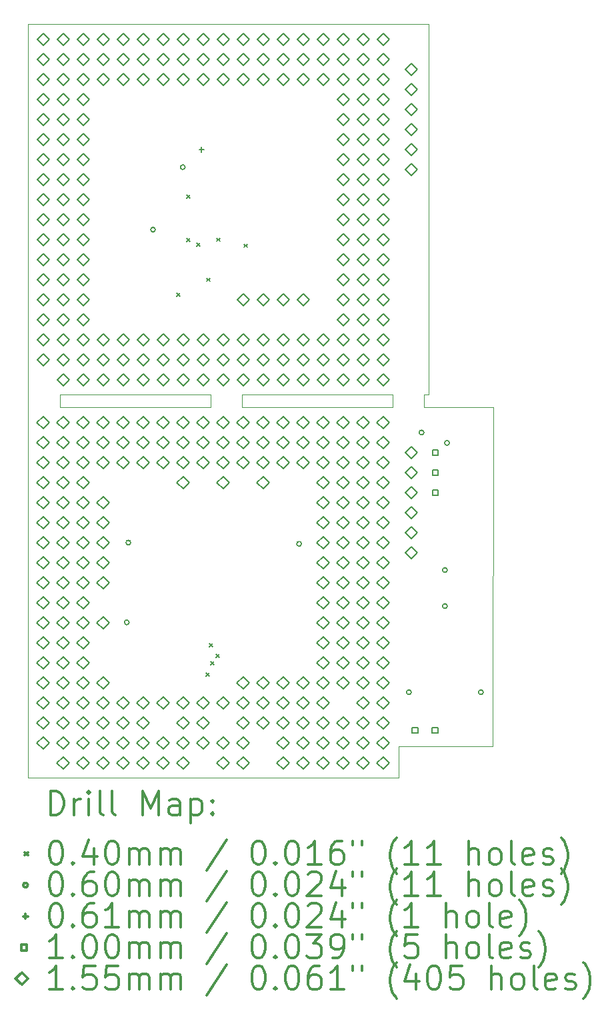
<source format=gbr>
%FSLAX45Y45*%
G04 Gerber Fmt 4.5, Leading zero omitted, Abs format (unit mm)*
G04 Created by KiCad (PCBNEW 5.1.9) date 2021-05-27 11:52:39*
%MOMM*%
%LPD*%
G01*
G04 APERTURE LIST*
%TA.AperFunction,Profile*%
%ADD10C,0.050000*%
%TD*%
%ADD11C,0.200000*%
%ADD12C,0.300000*%
G04 APERTURE END LIST*
D10*
X16192880Y-9055000D02*
X16250000Y-9055000D01*
X16192880Y-9055000D02*
X16192880Y-9215100D01*
X15875000Y-13512800D02*
X17068800Y-13512800D01*
X15875000Y-13914120D02*
X15875000Y-13512800D01*
X15793000Y-9214000D02*
X13881000Y-9214000D01*
X13881000Y-9055000D02*
X15793000Y-9055000D01*
X15793000Y-9055000D02*
X15793000Y-9214000D01*
X13881000Y-9055000D02*
X13881000Y-9214000D01*
X11164420Y-4356100D02*
X11164420Y-13914100D01*
X13485000Y-9214000D02*
X11573000Y-9214000D01*
X11573000Y-9055000D02*
X13485000Y-9055000D01*
X13485000Y-9055000D02*
X13485000Y-9214000D01*
X16250000Y-9055000D02*
X16250000Y-4356100D01*
X17069920Y-9215100D02*
X16192880Y-9215100D01*
X11573000Y-9055000D02*
X11573000Y-9214000D01*
X16250000Y-4356100D02*
X11164420Y-4356100D01*
X11164420Y-13914100D02*
X15875000Y-13914120D01*
X17068800Y-13512800D02*
X17069920Y-9215100D01*
D11*
X13051220Y-7765100D02*
X13091220Y-7805100D01*
X13091220Y-7765100D02*
X13051220Y-7805100D01*
X13180000Y-6519000D02*
X13220000Y-6559000D01*
X13220000Y-6519000D02*
X13180000Y-6559000D01*
X13180000Y-7068000D02*
X13220000Y-7108000D01*
X13220000Y-7068000D02*
X13180000Y-7108000D01*
X13305220Y-7130100D02*
X13345220Y-7170100D01*
X13345220Y-7130100D02*
X13305220Y-7170100D01*
X13425000Y-12585000D02*
X13465000Y-12625000D01*
X13465000Y-12585000D02*
X13425000Y-12625000D01*
X13432220Y-7574600D02*
X13472220Y-7614600D01*
X13472220Y-7574600D02*
X13432220Y-7614600D01*
X13467500Y-12210000D02*
X13507500Y-12250000D01*
X13507500Y-12210000D02*
X13467500Y-12250000D01*
X13482500Y-12440000D02*
X13522500Y-12480000D01*
X13522500Y-12440000D02*
X13482500Y-12480000D01*
X13552500Y-12347500D02*
X13592500Y-12387500D01*
X13592500Y-12347500D02*
X13552500Y-12387500D01*
X13559220Y-7066600D02*
X13599220Y-7106600D01*
X13599220Y-7066600D02*
X13559220Y-7106600D01*
X13907200Y-7142800D02*
X13947200Y-7182800D01*
X13947200Y-7142800D02*
X13907200Y-7182800D01*
X12448450Y-11940150D02*
G75*
G03*
X12448450Y-11940150I-30000J0D01*
G01*
X12468400Y-10929600D02*
G75*
G03*
X12468400Y-10929600I-30000J0D01*
G01*
X12781345Y-6959600D02*
G75*
G03*
X12781345Y-6959600I-30000J0D01*
G01*
X13160000Y-6167500D02*
G75*
G03*
X13160000Y-6167500I-30000J0D01*
G01*
X14637150Y-10945250D02*
G75*
G03*
X14637150Y-10945250I-30000J0D01*
G01*
X16032000Y-12827000D02*
G75*
G03*
X16032000Y-12827000I-30000J0D01*
G01*
X16192200Y-9532800D02*
G75*
G03*
X16192200Y-9532800I-30000J0D01*
G01*
X16489200Y-11277600D02*
G75*
G03*
X16489200Y-11277600I-30000J0D01*
G01*
X16489200Y-11734800D02*
G75*
G03*
X16489200Y-11734800I-30000J0D01*
G01*
X16516000Y-9665000D02*
G75*
G03*
X16516000Y-9665000I-30000J0D01*
G01*
X16946400Y-12827000D02*
G75*
G03*
X16946400Y-12827000I-30000J0D01*
G01*
X13367040Y-5912360D02*
X13367040Y-5973320D01*
X13336560Y-5942840D02*
X13397520Y-5942840D01*
X16113556Y-13344956D02*
X16113556Y-13274244D01*
X16042844Y-13274244D01*
X16042844Y-13344956D01*
X16113556Y-13344956D01*
X16367556Y-13344956D02*
X16367556Y-13274244D01*
X16296844Y-13274244D01*
X16296844Y-13344956D01*
X16367556Y-13344956D01*
X16370356Y-9822356D02*
X16370356Y-9751644D01*
X16299644Y-9751644D01*
X16299644Y-9822356D01*
X16370356Y-9822356D01*
X16370356Y-10076356D02*
X16370356Y-10005644D01*
X16299644Y-10005644D01*
X16299644Y-10076356D01*
X16370356Y-10076356D01*
X16370356Y-10330356D02*
X16370356Y-10259644D01*
X16299644Y-10259644D01*
X16299644Y-10330356D01*
X16370356Y-10330356D01*
X11354920Y-9483100D02*
X11432420Y-9405600D01*
X11354920Y-9328100D01*
X11277420Y-9405600D01*
X11354920Y-9483100D01*
X11354920Y-9737100D02*
X11432420Y-9659600D01*
X11354920Y-9582100D01*
X11277420Y-9659600D01*
X11354920Y-9737100D01*
X11354920Y-9991100D02*
X11432420Y-9913600D01*
X11354920Y-9836100D01*
X11277420Y-9913600D01*
X11354920Y-9991100D01*
X11354920Y-10245100D02*
X11432420Y-10167600D01*
X11354920Y-10090100D01*
X11277420Y-10167600D01*
X11354920Y-10245100D01*
X11354920Y-10499100D02*
X11432420Y-10421600D01*
X11354920Y-10344100D01*
X11277420Y-10421600D01*
X11354920Y-10499100D01*
X11354920Y-10753100D02*
X11432420Y-10675600D01*
X11354920Y-10598100D01*
X11277420Y-10675600D01*
X11354920Y-10753100D01*
X11354920Y-11007100D02*
X11432420Y-10929600D01*
X11354920Y-10852100D01*
X11277420Y-10929600D01*
X11354920Y-11007100D01*
X11354920Y-11261100D02*
X11432420Y-11183600D01*
X11354920Y-11106100D01*
X11277420Y-11183600D01*
X11354920Y-11261100D01*
X11354920Y-11515100D02*
X11432420Y-11437600D01*
X11354920Y-11360100D01*
X11277420Y-11437600D01*
X11354920Y-11515100D01*
X11354920Y-11769100D02*
X11432420Y-11691600D01*
X11354920Y-11614100D01*
X11277420Y-11691600D01*
X11354920Y-11769100D01*
X11354920Y-12023100D02*
X11432420Y-11945600D01*
X11354920Y-11868100D01*
X11277420Y-11945600D01*
X11354920Y-12023100D01*
X11354920Y-12277100D02*
X11432420Y-12199600D01*
X11354920Y-12122100D01*
X11277420Y-12199600D01*
X11354920Y-12277100D01*
X11354920Y-12531100D02*
X11432420Y-12453600D01*
X11354920Y-12376100D01*
X11277420Y-12453600D01*
X11354920Y-12531100D01*
X11354920Y-12785100D02*
X11432420Y-12707600D01*
X11354920Y-12630100D01*
X11277420Y-12707600D01*
X11354920Y-12785100D01*
X11354920Y-13039100D02*
X11432420Y-12961600D01*
X11354920Y-12884100D01*
X11277420Y-12961600D01*
X11354920Y-13039100D01*
X11354920Y-13293100D02*
X11432420Y-13215600D01*
X11354920Y-13138100D01*
X11277420Y-13215600D01*
X11354920Y-13293100D01*
X11354920Y-13547100D02*
X11432420Y-13469600D01*
X11354920Y-13392100D01*
X11277420Y-13469600D01*
X11354920Y-13547100D01*
X11356720Y-4624100D02*
X11434220Y-4546600D01*
X11356720Y-4469100D01*
X11279220Y-4546600D01*
X11356720Y-4624100D01*
X11356720Y-4878100D02*
X11434220Y-4800600D01*
X11356720Y-4723100D01*
X11279220Y-4800600D01*
X11356720Y-4878100D01*
X11356720Y-5132100D02*
X11434220Y-5054600D01*
X11356720Y-4977100D01*
X11279220Y-5054600D01*
X11356720Y-5132100D01*
X11356720Y-5386100D02*
X11434220Y-5308600D01*
X11356720Y-5231100D01*
X11279220Y-5308600D01*
X11356720Y-5386100D01*
X11356720Y-5640100D02*
X11434220Y-5562600D01*
X11356720Y-5485100D01*
X11279220Y-5562600D01*
X11356720Y-5640100D01*
X11356720Y-5894100D02*
X11434220Y-5816600D01*
X11356720Y-5739100D01*
X11279220Y-5816600D01*
X11356720Y-5894100D01*
X11356720Y-6148100D02*
X11434220Y-6070600D01*
X11356720Y-5993100D01*
X11279220Y-6070600D01*
X11356720Y-6148100D01*
X11356720Y-6402100D02*
X11434220Y-6324600D01*
X11356720Y-6247100D01*
X11279220Y-6324600D01*
X11356720Y-6402100D01*
X11356720Y-6656100D02*
X11434220Y-6578600D01*
X11356720Y-6501100D01*
X11279220Y-6578600D01*
X11356720Y-6656100D01*
X11356720Y-6910100D02*
X11434220Y-6832600D01*
X11356720Y-6755100D01*
X11279220Y-6832600D01*
X11356720Y-6910100D01*
X11356720Y-7164100D02*
X11434220Y-7086600D01*
X11356720Y-7009100D01*
X11279220Y-7086600D01*
X11356720Y-7164100D01*
X11356720Y-7418100D02*
X11434220Y-7340600D01*
X11356720Y-7263100D01*
X11279220Y-7340600D01*
X11356720Y-7418100D01*
X11356720Y-7672100D02*
X11434220Y-7594600D01*
X11356720Y-7517100D01*
X11279220Y-7594600D01*
X11356720Y-7672100D01*
X11356720Y-7926100D02*
X11434220Y-7848600D01*
X11356720Y-7771100D01*
X11279220Y-7848600D01*
X11356720Y-7926100D01*
X11356720Y-8180100D02*
X11434220Y-8102600D01*
X11356720Y-8025100D01*
X11279220Y-8102600D01*
X11356720Y-8180100D01*
X11356720Y-8434100D02*
X11434220Y-8356600D01*
X11356720Y-8279100D01*
X11279220Y-8356600D01*
X11356720Y-8434100D01*
X11356720Y-8688100D02*
X11434220Y-8610600D01*
X11356720Y-8533100D01*
X11279220Y-8610600D01*
X11356720Y-8688100D01*
X11608920Y-9483100D02*
X11686420Y-9405600D01*
X11608920Y-9328100D01*
X11531420Y-9405600D01*
X11608920Y-9483100D01*
X11608920Y-9737100D02*
X11686420Y-9659600D01*
X11608920Y-9582100D01*
X11531420Y-9659600D01*
X11608920Y-9737100D01*
X11608920Y-9991100D02*
X11686420Y-9913600D01*
X11608920Y-9836100D01*
X11531420Y-9913600D01*
X11608920Y-9991100D01*
X11608920Y-10245100D02*
X11686420Y-10167600D01*
X11608920Y-10090100D01*
X11531420Y-10167600D01*
X11608920Y-10245100D01*
X11608920Y-10499100D02*
X11686420Y-10421600D01*
X11608920Y-10344100D01*
X11531420Y-10421600D01*
X11608920Y-10499100D01*
X11608920Y-10753100D02*
X11686420Y-10675600D01*
X11608920Y-10598100D01*
X11531420Y-10675600D01*
X11608920Y-10753100D01*
X11608920Y-11007100D02*
X11686420Y-10929600D01*
X11608920Y-10852100D01*
X11531420Y-10929600D01*
X11608920Y-11007100D01*
X11608920Y-11261100D02*
X11686420Y-11183600D01*
X11608920Y-11106100D01*
X11531420Y-11183600D01*
X11608920Y-11261100D01*
X11608920Y-11515100D02*
X11686420Y-11437600D01*
X11608920Y-11360100D01*
X11531420Y-11437600D01*
X11608920Y-11515100D01*
X11608920Y-11769100D02*
X11686420Y-11691600D01*
X11608920Y-11614100D01*
X11531420Y-11691600D01*
X11608920Y-11769100D01*
X11608920Y-12023100D02*
X11686420Y-11945600D01*
X11608920Y-11868100D01*
X11531420Y-11945600D01*
X11608920Y-12023100D01*
X11608920Y-12277100D02*
X11686420Y-12199600D01*
X11608920Y-12122100D01*
X11531420Y-12199600D01*
X11608920Y-12277100D01*
X11608920Y-12531100D02*
X11686420Y-12453600D01*
X11608920Y-12376100D01*
X11531420Y-12453600D01*
X11608920Y-12531100D01*
X11608920Y-12785100D02*
X11686420Y-12707600D01*
X11608920Y-12630100D01*
X11531420Y-12707600D01*
X11608920Y-12785100D01*
X11608920Y-13039100D02*
X11686420Y-12961600D01*
X11608920Y-12884100D01*
X11531420Y-12961600D01*
X11608920Y-13039100D01*
X11608920Y-13293100D02*
X11686420Y-13215600D01*
X11608920Y-13138100D01*
X11531420Y-13215600D01*
X11608920Y-13293100D01*
X11608920Y-13547100D02*
X11686420Y-13469600D01*
X11608920Y-13392100D01*
X11531420Y-13469600D01*
X11608920Y-13547100D01*
X11608920Y-13801100D02*
X11686420Y-13723600D01*
X11608920Y-13646100D01*
X11531420Y-13723600D01*
X11608920Y-13801100D01*
X11610720Y-4624100D02*
X11688220Y-4546600D01*
X11610720Y-4469100D01*
X11533220Y-4546600D01*
X11610720Y-4624100D01*
X11610720Y-4878100D02*
X11688220Y-4800600D01*
X11610720Y-4723100D01*
X11533220Y-4800600D01*
X11610720Y-4878100D01*
X11610720Y-5132100D02*
X11688220Y-5054600D01*
X11610720Y-4977100D01*
X11533220Y-5054600D01*
X11610720Y-5132100D01*
X11610720Y-5386100D02*
X11688220Y-5308600D01*
X11610720Y-5231100D01*
X11533220Y-5308600D01*
X11610720Y-5386100D01*
X11610720Y-5640100D02*
X11688220Y-5562600D01*
X11610720Y-5485100D01*
X11533220Y-5562600D01*
X11610720Y-5640100D01*
X11610720Y-5894100D02*
X11688220Y-5816600D01*
X11610720Y-5739100D01*
X11533220Y-5816600D01*
X11610720Y-5894100D01*
X11610720Y-6148100D02*
X11688220Y-6070600D01*
X11610720Y-5993100D01*
X11533220Y-6070600D01*
X11610720Y-6148100D01*
X11610720Y-6402100D02*
X11688220Y-6324600D01*
X11610720Y-6247100D01*
X11533220Y-6324600D01*
X11610720Y-6402100D01*
X11610720Y-6656100D02*
X11688220Y-6578600D01*
X11610720Y-6501100D01*
X11533220Y-6578600D01*
X11610720Y-6656100D01*
X11610720Y-6910100D02*
X11688220Y-6832600D01*
X11610720Y-6755100D01*
X11533220Y-6832600D01*
X11610720Y-6910100D01*
X11610720Y-7164100D02*
X11688220Y-7086600D01*
X11610720Y-7009100D01*
X11533220Y-7086600D01*
X11610720Y-7164100D01*
X11610720Y-7418100D02*
X11688220Y-7340600D01*
X11610720Y-7263100D01*
X11533220Y-7340600D01*
X11610720Y-7418100D01*
X11610720Y-7672100D02*
X11688220Y-7594600D01*
X11610720Y-7517100D01*
X11533220Y-7594600D01*
X11610720Y-7672100D01*
X11610720Y-7926100D02*
X11688220Y-7848600D01*
X11610720Y-7771100D01*
X11533220Y-7848600D01*
X11610720Y-7926100D01*
X11610720Y-8180100D02*
X11688220Y-8102600D01*
X11610720Y-8025100D01*
X11533220Y-8102600D01*
X11610720Y-8180100D01*
X11610720Y-8434100D02*
X11688220Y-8356600D01*
X11610720Y-8279100D01*
X11533220Y-8356600D01*
X11610720Y-8434100D01*
X11610720Y-8688100D02*
X11688220Y-8610600D01*
X11610720Y-8533100D01*
X11533220Y-8610600D01*
X11610720Y-8688100D01*
X11610720Y-8942100D02*
X11688220Y-8864600D01*
X11610720Y-8787100D01*
X11533220Y-8864600D01*
X11610720Y-8942100D01*
X11862920Y-9483100D02*
X11940420Y-9405600D01*
X11862920Y-9328100D01*
X11785420Y-9405600D01*
X11862920Y-9483100D01*
X11862920Y-9737100D02*
X11940420Y-9659600D01*
X11862920Y-9582100D01*
X11785420Y-9659600D01*
X11862920Y-9737100D01*
X11862920Y-9991100D02*
X11940420Y-9913600D01*
X11862920Y-9836100D01*
X11785420Y-9913600D01*
X11862920Y-9991100D01*
X11862920Y-10245100D02*
X11940420Y-10167600D01*
X11862920Y-10090100D01*
X11785420Y-10167600D01*
X11862920Y-10245100D01*
X11862920Y-10499100D02*
X11940420Y-10421600D01*
X11862920Y-10344100D01*
X11785420Y-10421600D01*
X11862920Y-10499100D01*
X11862920Y-10753100D02*
X11940420Y-10675600D01*
X11862920Y-10598100D01*
X11785420Y-10675600D01*
X11862920Y-10753100D01*
X11862920Y-11007100D02*
X11940420Y-10929600D01*
X11862920Y-10852100D01*
X11785420Y-10929600D01*
X11862920Y-11007100D01*
X11862920Y-11261100D02*
X11940420Y-11183600D01*
X11862920Y-11106100D01*
X11785420Y-11183600D01*
X11862920Y-11261100D01*
X11862920Y-11515100D02*
X11940420Y-11437600D01*
X11862920Y-11360100D01*
X11785420Y-11437600D01*
X11862920Y-11515100D01*
X11862920Y-11769100D02*
X11940420Y-11691600D01*
X11862920Y-11614100D01*
X11785420Y-11691600D01*
X11862920Y-11769100D01*
X11862920Y-12023100D02*
X11940420Y-11945600D01*
X11862920Y-11868100D01*
X11785420Y-11945600D01*
X11862920Y-12023100D01*
X11862920Y-12277100D02*
X11940420Y-12199600D01*
X11862920Y-12122100D01*
X11785420Y-12199600D01*
X11862920Y-12277100D01*
X11862920Y-12531100D02*
X11940420Y-12453600D01*
X11862920Y-12376100D01*
X11785420Y-12453600D01*
X11862920Y-12531100D01*
X11862920Y-12785100D02*
X11940420Y-12707600D01*
X11862920Y-12630100D01*
X11785420Y-12707600D01*
X11862920Y-12785100D01*
X11862920Y-13039100D02*
X11940420Y-12961600D01*
X11862920Y-12884100D01*
X11785420Y-12961600D01*
X11862920Y-13039100D01*
X11862920Y-13293100D02*
X11940420Y-13215600D01*
X11862920Y-13138100D01*
X11785420Y-13215600D01*
X11862920Y-13293100D01*
X11862920Y-13547100D02*
X11940420Y-13469600D01*
X11862920Y-13392100D01*
X11785420Y-13469600D01*
X11862920Y-13547100D01*
X11862920Y-13801100D02*
X11940420Y-13723600D01*
X11862920Y-13646100D01*
X11785420Y-13723600D01*
X11862920Y-13801100D01*
X11864720Y-4624100D02*
X11942220Y-4546600D01*
X11864720Y-4469100D01*
X11787220Y-4546600D01*
X11864720Y-4624100D01*
X11864720Y-4878100D02*
X11942220Y-4800600D01*
X11864720Y-4723100D01*
X11787220Y-4800600D01*
X11864720Y-4878100D01*
X11864720Y-5132100D02*
X11942220Y-5054600D01*
X11864720Y-4977100D01*
X11787220Y-5054600D01*
X11864720Y-5132100D01*
X11864720Y-5386100D02*
X11942220Y-5308600D01*
X11864720Y-5231100D01*
X11787220Y-5308600D01*
X11864720Y-5386100D01*
X11864720Y-5640100D02*
X11942220Y-5562600D01*
X11864720Y-5485100D01*
X11787220Y-5562600D01*
X11864720Y-5640100D01*
X11864720Y-5894100D02*
X11942220Y-5816600D01*
X11864720Y-5739100D01*
X11787220Y-5816600D01*
X11864720Y-5894100D01*
X11864720Y-6148100D02*
X11942220Y-6070600D01*
X11864720Y-5993100D01*
X11787220Y-6070600D01*
X11864720Y-6148100D01*
X11864720Y-6402100D02*
X11942220Y-6324600D01*
X11864720Y-6247100D01*
X11787220Y-6324600D01*
X11864720Y-6402100D01*
X11864720Y-6656100D02*
X11942220Y-6578600D01*
X11864720Y-6501100D01*
X11787220Y-6578600D01*
X11864720Y-6656100D01*
X11864720Y-6910100D02*
X11942220Y-6832600D01*
X11864720Y-6755100D01*
X11787220Y-6832600D01*
X11864720Y-6910100D01*
X11864720Y-7164100D02*
X11942220Y-7086600D01*
X11864720Y-7009100D01*
X11787220Y-7086600D01*
X11864720Y-7164100D01*
X11864720Y-7418100D02*
X11942220Y-7340600D01*
X11864720Y-7263100D01*
X11787220Y-7340600D01*
X11864720Y-7418100D01*
X11864720Y-7672100D02*
X11942220Y-7594600D01*
X11864720Y-7517100D01*
X11787220Y-7594600D01*
X11864720Y-7672100D01*
X11864720Y-7926100D02*
X11942220Y-7848600D01*
X11864720Y-7771100D01*
X11787220Y-7848600D01*
X11864720Y-7926100D01*
X11864720Y-8180100D02*
X11942220Y-8102600D01*
X11864720Y-8025100D01*
X11787220Y-8102600D01*
X11864720Y-8180100D01*
X11864720Y-8434100D02*
X11942220Y-8356600D01*
X11864720Y-8279100D01*
X11787220Y-8356600D01*
X11864720Y-8434100D01*
X11864720Y-8688100D02*
X11942220Y-8610600D01*
X11864720Y-8533100D01*
X11787220Y-8610600D01*
X11864720Y-8688100D01*
X11864720Y-8942100D02*
X11942220Y-8864600D01*
X11864720Y-8787100D01*
X11787220Y-8864600D01*
X11864720Y-8942100D01*
X12116920Y-9483100D02*
X12194420Y-9405600D01*
X12116920Y-9328100D01*
X12039420Y-9405600D01*
X12116920Y-9483100D01*
X12116920Y-9737100D02*
X12194420Y-9659600D01*
X12116920Y-9582100D01*
X12039420Y-9659600D01*
X12116920Y-9737100D01*
X12116920Y-9991100D02*
X12194420Y-9913600D01*
X12116920Y-9836100D01*
X12039420Y-9913600D01*
X12116920Y-9991100D01*
X12116920Y-10499100D02*
X12194420Y-10421600D01*
X12116920Y-10344100D01*
X12039420Y-10421600D01*
X12116920Y-10499100D01*
X12116920Y-10753100D02*
X12194420Y-10675600D01*
X12116920Y-10598100D01*
X12039420Y-10675600D01*
X12116920Y-10753100D01*
X12116920Y-11007100D02*
X12194420Y-10929600D01*
X12116920Y-10852100D01*
X12039420Y-10929600D01*
X12116920Y-11007100D01*
X12116920Y-11261100D02*
X12194420Y-11183600D01*
X12116920Y-11106100D01*
X12039420Y-11183600D01*
X12116920Y-11261100D01*
X12116920Y-11515100D02*
X12194420Y-11437600D01*
X12116920Y-11360100D01*
X12039420Y-11437600D01*
X12116920Y-11515100D01*
X12116920Y-12023100D02*
X12194420Y-11945600D01*
X12116920Y-11868100D01*
X12039420Y-11945600D01*
X12116920Y-12023100D01*
X12116920Y-12785100D02*
X12194420Y-12707600D01*
X12116920Y-12630100D01*
X12039420Y-12707600D01*
X12116920Y-12785100D01*
X12116920Y-13039100D02*
X12194420Y-12961600D01*
X12116920Y-12884100D01*
X12039420Y-12961600D01*
X12116920Y-13039100D01*
X12116920Y-13293100D02*
X12194420Y-13215600D01*
X12116920Y-13138100D01*
X12039420Y-13215600D01*
X12116920Y-13293100D01*
X12116920Y-13547100D02*
X12194420Y-13469600D01*
X12116920Y-13392100D01*
X12039420Y-13469600D01*
X12116920Y-13547100D01*
X12116920Y-13801100D02*
X12194420Y-13723600D01*
X12116920Y-13646100D01*
X12039420Y-13723600D01*
X12116920Y-13801100D01*
X12118720Y-4624100D02*
X12196220Y-4546600D01*
X12118720Y-4469100D01*
X12041220Y-4546600D01*
X12118720Y-4624100D01*
X12118720Y-4878100D02*
X12196220Y-4800600D01*
X12118720Y-4723100D01*
X12041220Y-4800600D01*
X12118720Y-4878100D01*
X12118720Y-5132100D02*
X12196220Y-5054600D01*
X12118720Y-4977100D01*
X12041220Y-5054600D01*
X12118720Y-5132100D01*
X12118720Y-8434100D02*
X12196220Y-8356600D01*
X12118720Y-8279100D01*
X12041220Y-8356600D01*
X12118720Y-8434100D01*
X12118720Y-8688100D02*
X12196220Y-8610600D01*
X12118720Y-8533100D01*
X12041220Y-8610600D01*
X12118720Y-8688100D01*
X12118720Y-8942100D02*
X12196220Y-8864600D01*
X12118720Y-8787100D01*
X12041220Y-8864600D01*
X12118720Y-8942100D01*
X12370920Y-9483100D02*
X12448420Y-9405600D01*
X12370920Y-9328100D01*
X12293420Y-9405600D01*
X12370920Y-9483100D01*
X12370920Y-9737100D02*
X12448420Y-9659600D01*
X12370920Y-9582100D01*
X12293420Y-9659600D01*
X12370920Y-9737100D01*
X12370920Y-9991100D02*
X12448420Y-9913600D01*
X12370920Y-9836100D01*
X12293420Y-9913600D01*
X12370920Y-9991100D01*
X12370920Y-13039100D02*
X12448420Y-12961600D01*
X12370920Y-12884100D01*
X12293420Y-12961600D01*
X12370920Y-13039100D01*
X12370920Y-13293100D02*
X12448420Y-13215600D01*
X12370920Y-13138100D01*
X12293420Y-13215600D01*
X12370920Y-13293100D01*
X12370920Y-13547100D02*
X12448420Y-13469600D01*
X12370920Y-13392100D01*
X12293420Y-13469600D01*
X12370920Y-13547100D01*
X12370920Y-13801100D02*
X12448420Y-13723600D01*
X12370920Y-13646100D01*
X12293420Y-13723600D01*
X12370920Y-13801100D01*
X12372720Y-4624100D02*
X12450220Y-4546600D01*
X12372720Y-4469100D01*
X12295220Y-4546600D01*
X12372720Y-4624100D01*
X12372720Y-4878100D02*
X12450220Y-4800600D01*
X12372720Y-4723100D01*
X12295220Y-4800600D01*
X12372720Y-4878100D01*
X12372720Y-5132100D02*
X12450220Y-5054600D01*
X12372720Y-4977100D01*
X12295220Y-5054600D01*
X12372720Y-5132100D01*
X12372720Y-8434100D02*
X12450220Y-8356600D01*
X12372720Y-8279100D01*
X12295220Y-8356600D01*
X12372720Y-8434100D01*
X12372720Y-8688100D02*
X12450220Y-8610600D01*
X12372720Y-8533100D01*
X12295220Y-8610600D01*
X12372720Y-8688100D01*
X12372720Y-8942100D02*
X12450220Y-8864600D01*
X12372720Y-8787100D01*
X12295220Y-8864600D01*
X12372720Y-8942100D01*
X12624920Y-9483100D02*
X12702420Y-9405600D01*
X12624920Y-9328100D01*
X12547420Y-9405600D01*
X12624920Y-9483100D01*
X12624920Y-9737100D02*
X12702420Y-9659600D01*
X12624920Y-9582100D01*
X12547420Y-9659600D01*
X12624920Y-9737100D01*
X12624920Y-9991100D02*
X12702420Y-9913600D01*
X12624920Y-9836100D01*
X12547420Y-9913600D01*
X12624920Y-9991100D01*
X12624920Y-13039100D02*
X12702420Y-12961600D01*
X12624920Y-12884100D01*
X12547420Y-12961600D01*
X12624920Y-13039100D01*
X12624920Y-13293100D02*
X12702420Y-13215600D01*
X12624920Y-13138100D01*
X12547420Y-13215600D01*
X12624920Y-13293100D01*
X12624920Y-13547100D02*
X12702420Y-13469600D01*
X12624920Y-13392100D01*
X12547420Y-13469600D01*
X12624920Y-13547100D01*
X12624920Y-13801100D02*
X12702420Y-13723600D01*
X12624920Y-13646100D01*
X12547420Y-13723600D01*
X12624920Y-13801100D01*
X12626720Y-4624100D02*
X12704220Y-4546600D01*
X12626720Y-4469100D01*
X12549220Y-4546600D01*
X12626720Y-4624100D01*
X12626720Y-4878100D02*
X12704220Y-4800600D01*
X12626720Y-4723100D01*
X12549220Y-4800600D01*
X12626720Y-4878100D01*
X12626720Y-5132100D02*
X12704220Y-5054600D01*
X12626720Y-4977100D01*
X12549220Y-5054600D01*
X12626720Y-5132100D01*
X12626720Y-8434100D02*
X12704220Y-8356600D01*
X12626720Y-8279100D01*
X12549220Y-8356600D01*
X12626720Y-8434100D01*
X12626720Y-8688100D02*
X12704220Y-8610600D01*
X12626720Y-8533100D01*
X12549220Y-8610600D01*
X12626720Y-8688100D01*
X12626720Y-8942100D02*
X12704220Y-8864600D01*
X12626720Y-8787100D01*
X12549220Y-8864600D01*
X12626720Y-8942100D01*
X12878920Y-9483100D02*
X12956420Y-9405600D01*
X12878920Y-9328100D01*
X12801420Y-9405600D01*
X12878920Y-9483100D01*
X12878920Y-9737100D02*
X12956420Y-9659600D01*
X12878920Y-9582100D01*
X12801420Y-9659600D01*
X12878920Y-9737100D01*
X12878920Y-9991100D02*
X12956420Y-9913600D01*
X12878920Y-9836100D01*
X12801420Y-9913600D01*
X12878920Y-9991100D01*
X12878920Y-13039100D02*
X12956420Y-12961600D01*
X12878920Y-12884100D01*
X12801420Y-12961600D01*
X12878920Y-13039100D01*
X12878920Y-13547100D02*
X12956420Y-13469600D01*
X12878920Y-13392100D01*
X12801420Y-13469600D01*
X12878920Y-13547100D01*
X12878920Y-13801100D02*
X12956420Y-13723600D01*
X12878920Y-13646100D01*
X12801420Y-13723600D01*
X12878920Y-13801100D01*
X12880720Y-4624100D02*
X12958220Y-4546600D01*
X12880720Y-4469100D01*
X12803220Y-4546600D01*
X12880720Y-4624100D01*
X12880720Y-4878100D02*
X12958220Y-4800600D01*
X12880720Y-4723100D01*
X12803220Y-4800600D01*
X12880720Y-4878100D01*
X12880720Y-5132100D02*
X12958220Y-5054600D01*
X12880720Y-4977100D01*
X12803220Y-5054600D01*
X12880720Y-5132100D01*
X12880720Y-8434100D02*
X12958220Y-8356600D01*
X12880720Y-8279100D01*
X12803220Y-8356600D01*
X12880720Y-8434100D01*
X12880720Y-8688100D02*
X12958220Y-8610600D01*
X12880720Y-8533100D01*
X12803220Y-8610600D01*
X12880720Y-8688100D01*
X12880720Y-8942100D02*
X12958220Y-8864600D01*
X12880720Y-8787100D01*
X12803220Y-8864600D01*
X12880720Y-8942100D01*
X13132920Y-9483100D02*
X13210420Y-9405600D01*
X13132920Y-9328100D01*
X13055420Y-9405600D01*
X13132920Y-9483100D01*
X13132920Y-9737100D02*
X13210420Y-9659600D01*
X13132920Y-9582100D01*
X13055420Y-9659600D01*
X13132920Y-9737100D01*
X13132920Y-9991100D02*
X13210420Y-9913600D01*
X13132920Y-9836100D01*
X13055420Y-9913600D01*
X13132920Y-9991100D01*
X13132920Y-10245100D02*
X13210420Y-10167600D01*
X13132920Y-10090100D01*
X13055420Y-10167600D01*
X13132920Y-10245100D01*
X13132920Y-13039100D02*
X13210420Y-12961600D01*
X13132920Y-12884100D01*
X13055420Y-12961600D01*
X13132920Y-13039100D01*
X13132920Y-13293100D02*
X13210420Y-13215600D01*
X13132920Y-13138100D01*
X13055420Y-13215600D01*
X13132920Y-13293100D01*
X13132920Y-13547100D02*
X13210420Y-13469600D01*
X13132920Y-13392100D01*
X13055420Y-13469600D01*
X13132920Y-13547100D01*
X13132920Y-13801100D02*
X13210420Y-13723600D01*
X13132920Y-13646100D01*
X13055420Y-13723600D01*
X13132920Y-13801100D01*
X13134720Y-4624100D02*
X13212220Y-4546600D01*
X13134720Y-4469100D01*
X13057220Y-4546600D01*
X13134720Y-4624100D01*
X13134720Y-4878100D02*
X13212220Y-4800600D01*
X13134720Y-4723100D01*
X13057220Y-4800600D01*
X13134720Y-4878100D01*
X13134720Y-5132100D02*
X13212220Y-5054600D01*
X13134720Y-4977100D01*
X13057220Y-5054600D01*
X13134720Y-5132100D01*
X13134720Y-8434100D02*
X13212220Y-8356600D01*
X13134720Y-8279100D01*
X13057220Y-8356600D01*
X13134720Y-8434100D01*
X13134720Y-8688100D02*
X13212220Y-8610600D01*
X13134720Y-8533100D01*
X13057220Y-8610600D01*
X13134720Y-8688100D01*
X13134720Y-8942100D02*
X13212220Y-8864600D01*
X13134720Y-8787100D01*
X13057220Y-8864600D01*
X13134720Y-8942100D01*
X13386920Y-9483100D02*
X13464420Y-9405600D01*
X13386920Y-9328100D01*
X13309420Y-9405600D01*
X13386920Y-9483100D01*
X13386920Y-9737100D02*
X13464420Y-9659600D01*
X13386920Y-9582100D01*
X13309420Y-9659600D01*
X13386920Y-9737100D01*
X13386920Y-9991100D02*
X13464420Y-9913600D01*
X13386920Y-9836100D01*
X13309420Y-9913600D01*
X13386920Y-9991100D01*
X13386920Y-13039100D02*
X13464420Y-12961600D01*
X13386920Y-12884100D01*
X13309420Y-12961600D01*
X13386920Y-13039100D01*
X13386920Y-13293100D02*
X13464420Y-13215600D01*
X13386920Y-13138100D01*
X13309420Y-13215600D01*
X13386920Y-13293100D01*
X13386920Y-13547100D02*
X13464420Y-13469600D01*
X13386920Y-13392100D01*
X13309420Y-13469600D01*
X13386920Y-13547100D01*
X13388720Y-4624100D02*
X13466220Y-4546600D01*
X13388720Y-4469100D01*
X13311220Y-4546600D01*
X13388720Y-4624100D01*
X13388720Y-4878100D02*
X13466220Y-4800600D01*
X13388720Y-4723100D01*
X13311220Y-4800600D01*
X13388720Y-4878100D01*
X13388720Y-5132100D02*
X13466220Y-5054600D01*
X13388720Y-4977100D01*
X13311220Y-5054600D01*
X13388720Y-5132100D01*
X13388720Y-8434100D02*
X13466220Y-8356600D01*
X13388720Y-8279100D01*
X13311220Y-8356600D01*
X13388720Y-8434100D01*
X13388720Y-8688100D02*
X13466220Y-8610600D01*
X13388720Y-8533100D01*
X13311220Y-8610600D01*
X13388720Y-8688100D01*
X13388720Y-8942100D02*
X13466220Y-8864600D01*
X13388720Y-8787100D01*
X13311220Y-8864600D01*
X13388720Y-8942100D01*
X13640920Y-9483100D02*
X13718420Y-9405600D01*
X13640920Y-9328100D01*
X13563420Y-9405600D01*
X13640920Y-9483100D01*
X13640920Y-9737100D02*
X13718420Y-9659600D01*
X13640920Y-9582100D01*
X13563420Y-9659600D01*
X13640920Y-9737100D01*
X13640920Y-9991100D02*
X13718420Y-9913600D01*
X13640920Y-9836100D01*
X13563420Y-9913600D01*
X13640920Y-9991100D01*
X13640920Y-10245100D02*
X13718420Y-10167600D01*
X13640920Y-10090100D01*
X13563420Y-10167600D01*
X13640920Y-10245100D01*
X13640920Y-13039100D02*
X13718420Y-12961600D01*
X13640920Y-12884100D01*
X13563420Y-12961600D01*
X13640920Y-13039100D01*
X13640920Y-13547100D02*
X13718420Y-13469600D01*
X13640920Y-13392100D01*
X13563420Y-13469600D01*
X13640920Y-13547100D01*
X13640920Y-13801100D02*
X13718420Y-13723600D01*
X13640920Y-13646100D01*
X13563420Y-13723600D01*
X13640920Y-13801100D01*
X13642720Y-4624100D02*
X13720220Y-4546600D01*
X13642720Y-4469100D01*
X13565220Y-4546600D01*
X13642720Y-4624100D01*
X13642720Y-4878100D02*
X13720220Y-4800600D01*
X13642720Y-4723100D01*
X13565220Y-4800600D01*
X13642720Y-4878100D01*
X13642720Y-5132100D02*
X13720220Y-5054600D01*
X13642720Y-4977100D01*
X13565220Y-5054600D01*
X13642720Y-5132100D01*
X13642720Y-8434100D02*
X13720220Y-8356600D01*
X13642720Y-8279100D01*
X13565220Y-8356600D01*
X13642720Y-8434100D01*
X13642720Y-8688100D02*
X13720220Y-8610600D01*
X13642720Y-8533100D01*
X13565220Y-8610600D01*
X13642720Y-8688100D01*
X13642720Y-8942100D02*
X13720220Y-8864600D01*
X13642720Y-8787100D01*
X13565220Y-8864600D01*
X13642720Y-8942100D01*
X13894920Y-9483100D02*
X13972420Y-9405600D01*
X13894920Y-9328100D01*
X13817420Y-9405600D01*
X13894920Y-9483100D01*
X13894920Y-9737100D02*
X13972420Y-9659600D01*
X13894920Y-9582100D01*
X13817420Y-9659600D01*
X13894920Y-9737100D01*
X13894920Y-9991100D02*
X13972420Y-9913600D01*
X13894920Y-9836100D01*
X13817420Y-9913600D01*
X13894920Y-9991100D01*
X13894920Y-12785100D02*
X13972420Y-12707600D01*
X13894920Y-12630100D01*
X13817420Y-12707600D01*
X13894920Y-12785100D01*
X13894920Y-13039100D02*
X13972420Y-12961600D01*
X13894920Y-12884100D01*
X13817420Y-12961600D01*
X13894920Y-13039100D01*
X13894920Y-13293100D02*
X13972420Y-13215600D01*
X13894920Y-13138100D01*
X13817420Y-13215600D01*
X13894920Y-13293100D01*
X13894920Y-13547100D02*
X13972420Y-13469600D01*
X13894920Y-13392100D01*
X13817420Y-13469600D01*
X13894920Y-13547100D01*
X13894920Y-13801100D02*
X13972420Y-13723600D01*
X13894920Y-13646100D01*
X13817420Y-13723600D01*
X13894920Y-13801100D01*
X13896720Y-4624100D02*
X13974220Y-4546600D01*
X13896720Y-4469100D01*
X13819220Y-4546600D01*
X13896720Y-4624100D01*
X13896720Y-4878100D02*
X13974220Y-4800600D01*
X13896720Y-4723100D01*
X13819220Y-4800600D01*
X13896720Y-4878100D01*
X13896720Y-5132100D02*
X13974220Y-5054600D01*
X13896720Y-4977100D01*
X13819220Y-5054600D01*
X13896720Y-5132100D01*
X13896720Y-7926100D02*
X13974220Y-7848600D01*
X13896720Y-7771100D01*
X13819220Y-7848600D01*
X13896720Y-7926100D01*
X13896720Y-8434100D02*
X13974220Y-8356600D01*
X13896720Y-8279100D01*
X13819220Y-8356600D01*
X13896720Y-8434100D01*
X13896720Y-8688100D02*
X13974220Y-8610600D01*
X13896720Y-8533100D01*
X13819220Y-8610600D01*
X13896720Y-8688100D01*
X13896720Y-8942100D02*
X13974220Y-8864600D01*
X13896720Y-8787100D01*
X13819220Y-8864600D01*
X13896720Y-8942100D01*
X14148920Y-9483100D02*
X14226420Y-9405600D01*
X14148920Y-9328100D01*
X14071420Y-9405600D01*
X14148920Y-9483100D01*
X14148920Y-9737100D02*
X14226420Y-9659600D01*
X14148920Y-9582100D01*
X14071420Y-9659600D01*
X14148920Y-9737100D01*
X14148920Y-9991100D02*
X14226420Y-9913600D01*
X14148920Y-9836100D01*
X14071420Y-9913600D01*
X14148920Y-9991100D01*
X14148920Y-10245100D02*
X14226420Y-10167600D01*
X14148920Y-10090100D01*
X14071420Y-10167600D01*
X14148920Y-10245100D01*
X14148920Y-12785100D02*
X14226420Y-12707600D01*
X14148920Y-12630100D01*
X14071420Y-12707600D01*
X14148920Y-12785100D01*
X14148920Y-13039100D02*
X14226420Y-12961600D01*
X14148920Y-12884100D01*
X14071420Y-12961600D01*
X14148920Y-13039100D01*
X14148920Y-13293100D02*
X14226420Y-13215600D01*
X14148920Y-13138100D01*
X14071420Y-13215600D01*
X14148920Y-13293100D01*
X14150720Y-4624100D02*
X14228220Y-4546600D01*
X14150720Y-4469100D01*
X14073220Y-4546600D01*
X14150720Y-4624100D01*
X14150720Y-4878100D02*
X14228220Y-4800600D01*
X14150720Y-4723100D01*
X14073220Y-4800600D01*
X14150720Y-4878100D01*
X14150720Y-5132100D02*
X14228220Y-5054600D01*
X14150720Y-4977100D01*
X14073220Y-5054600D01*
X14150720Y-5132100D01*
X14150720Y-7926100D02*
X14228220Y-7848600D01*
X14150720Y-7771100D01*
X14073220Y-7848600D01*
X14150720Y-7926100D01*
X14150720Y-8434100D02*
X14228220Y-8356600D01*
X14150720Y-8279100D01*
X14073220Y-8356600D01*
X14150720Y-8434100D01*
X14150720Y-8688100D02*
X14228220Y-8610600D01*
X14150720Y-8533100D01*
X14073220Y-8610600D01*
X14150720Y-8688100D01*
X14150720Y-8942100D02*
X14228220Y-8864600D01*
X14150720Y-8787100D01*
X14073220Y-8864600D01*
X14150720Y-8942100D01*
X14402920Y-9483100D02*
X14480420Y-9405600D01*
X14402920Y-9328100D01*
X14325420Y-9405600D01*
X14402920Y-9483100D01*
X14402920Y-9737100D02*
X14480420Y-9659600D01*
X14402920Y-9582100D01*
X14325420Y-9659600D01*
X14402920Y-9737100D01*
X14402920Y-9991100D02*
X14480420Y-9913600D01*
X14402920Y-9836100D01*
X14325420Y-9913600D01*
X14402920Y-9991100D01*
X14402920Y-12785100D02*
X14480420Y-12707600D01*
X14402920Y-12630100D01*
X14325420Y-12707600D01*
X14402920Y-12785100D01*
X14402920Y-13039100D02*
X14480420Y-12961600D01*
X14402920Y-12884100D01*
X14325420Y-12961600D01*
X14402920Y-13039100D01*
X14402920Y-13293100D02*
X14480420Y-13215600D01*
X14402920Y-13138100D01*
X14325420Y-13215600D01*
X14402920Y-13293100D01*
X14402920Y-13547100D02*
X14480420Y-13469600D01*
X14402920Y-13392100D01*
X14325420Y-13469600D01*
X14402920Y-13547100D01*
X14402920Y-13801100D02*
X14480420Y-13723600D01*
X14402920Y-13646100D01*
X14325420Y-13723600D01*
X14402920Y-13801100D01*
X14404720Y-4624100D02*
X14482220Y-4546600D01*
X14404720Y-4469100D01*
X14327220Y-4546600D01*
X14404720Y-4624100D01*
X14404720Y-4878100D02*
X14482220Y-4800600D01*
X14404720Y-4723100D01*
X14327220Y-4800600D01*
X14404720Y-4878100D01*
X14404720Y-5132100D02*
X14482220Y-5054600D01*
X14404720Y-4977100D01*
X14327220Y-5054600D01*
X14404720Y-5132100D01*
X14404720Y-7926100D02*
X14482220Y-7848600D01*
X14404720Y-7771100D01*
X14327220Y-7848600D01*
X14404720Y-7926100D01*
X14404720Y-8434100D02*
X14482220Y-8356600D01*
X14404720Y-8279100D01*
X14327220Y-8356600D01*
X14404720Y-8434100D01*
X14404720Y-8688100D02*
X14482220Y-8610600D01*
X14404720Y-8533100D01*
X14327220Y-8610600D01*
X14404720Y-8688100D01*
X14404720Y-8942100D02*
X14482220Y-8864600D01*
X14404720Y-8787100D01*
X14327220Y-8864600D01*
X14404720Y-8942100D01*
X14656920Y-9483100D02*
X14734420Y-9405600D01*
X14656920Y-9328100D01*
X14579420Y-9405600D01*
X14656920Y-9483100D01*
X14656920Y-9737100D02*
X14734420Y-9659600D01*
X14656920Y-9582100D01*
X14579420Y-9659600D01*
X14656920Y-9737100D01*
X14656920Y-9991100D02*
X14734420Y-9913600D01*
X14656920Y-9836100D01*
X14579420Y-9913600D01*
X14656920Y-9991100D01*
X14656920Y-12785100D02*
X14734420Y-12707600D01*
X14656920Y-12630100D01*
X14579420Y-12707600D01*
X14656920Y-12785100D01*
X14656920Y-13039100D02*
X14734420Y-12961600D01*
X14656920Y-12884100D01*
X14579420Y-12961600D01*
X14656920Y-13039100D01*
X14656920Y-13293100D02*
X14734420Y-13215600D01*
X14656920Y-13138100D01*
X14579420Y-13215600D01*
X14656920Y-13293100D01*
X14656920Y-13547100D02*
X14734420Y-13469600D01*
X14656920Y-13392100D01*
X14579420Y-13469600D01*
X14656920Y-13547100D01*
X14656920Y-13801100D02*
X14734420Y-13723600D01*
X14656920Y-13646100D01*
X14579420Y-13723600D01*
X14656920Y-13801100D01*
X14658720Y-4624100D02*
X14736220Y-4546600D01*
X14658720Y-4469100D01*
X14581220Y-4546600D01*
X14658720Y-4624100D01*
X14658720Y-4878100D02*
X14736220Y-4800600D01*
X14658720Y-4723100D01*
X14581220Y-4800600D01*
X14658720Y-4878100D01*
X14658720Y-5132100D02*
X14736220Y-5054600D01*
X14658720Y-4977100D01*
X14581220Y-5054600D01*
X14658720Y-5132100D01*
X14658720Y-7926100D02*
X14736220Y-7848600D01*
X14658720Y-7771100D01*
X14581220Y-7848600D01*
X14658720Y-7926100D01*
X14658720Y-8434100D02*
X14736220Y-8356600D01*
X14658720Y-8279100D01*
X14581220Y-8356600D01*
X14658720Y-8434100D01*
X14658720Y-8688100D02*
X14736220Y-8610600D01*
X14658720Y-8533100D01*
X14581220Y-8610600D01*
X14658720Y-8688100D01*
X14658720Y-8942100D02*
X14736220Y-8864600D01*
X14658720Y-8787100D01*
X14581220Y-8864600D01*
X14658720Y-8942100D01*
X14910920Y-9483100D02*
X14988420Y-9405600D01*
X14910920Y-9328100D01*
X14833420Y-9405600D01*
X14910920Y-9483100D01*
X14910920Y-9737100D02*
X14988420Y-9659600D01*
X14910920Y-9582100D01*
X14833420Y-9659600D01*
X14910920Y-9737100D01*
X14910920Y-9991100D02*
X14988420Y-9913600D01*
X14910920Y-9836100D01*
X14833420Y-9913600D01*
X14910920Y-9991100D01*
X14910920Y-10245100D02*
X14988420Y-10167600D01*
X14910920Y-10090100D01*
X14833420Y-10167600D01*
X14910920Y-10245100D01*
X14910920Y-10499100D02*
X14988420Y-10421600D01*
X14910920Y-10344100D01*
X14833420Y-10421600D01*
X14910920Y-10499100D01*
X14910920Y-10753100D02*
X14988420Y-10675600D01*
X14910920Y-10598100D01*
X14833420Y-10675600D01*
X14910920Y-10753100D01*
X14910920Y-11007100D02*
X14988420Y-10929600D01*
X14910920Y-10852100D01*
X14833420Y-10929600D01*
X14910920Y-11007100D01*
X14910920Y-11261100D02*
X14988420Y-11183600D01*
X14910920Y-11106100D01*
X14833420Y-11183600D01*
X14910920Y-11261100D01*
X14910920Y-11515100D02*
X14988420Y-11437600D01*
X14910920Y-11360100D01*
X14833420Y-11437600D01*
X14910920Y-11515100D01*
X14910920Y-11769100D02*
X14988420Y-11691600D01*
X14910920Y-11614100D01*
X14833420Y-11691600D01*
X14910920Y-11769100D01*
X14910920Y-12023100D02*
X14988420Y-11945600D01*
X14910920Y-11868100D01*
X14833420Y-11945600D01*
X14910920Y-12023100D01*
X14910920Y-12277100D02*
X14988420Y-12199600D01*
X14910920Y-12122100D01*
X14833420Y-12199600D01*
X14910920Y-12277100D01*
X14910920Y-12531100D02*
X14988420Y-12453600D01*
X14910920Y-12376100D01*
X14833420Y-12453600D01*
X14910920Y-12531100D01*
X14910920Y-12785100D02*
X14988420Y-12707600D01*
X14910920Y-12630100D01*
X14833420Y-12707600D01*
X14910920Y-12785100D01*
X14910920Y-13039100D02*
X14988420Y-12961600D01*
X14910920Y-12884100D01*
X14833420Y-12961600D01*
X14910920Y-13039100D01*
X14910920Y-13293100D02*
X14988420Y-13215600D01*
X14910920Y-13138100D01*
X14833420Y-13215600D01*
X14910920Y-13293100D01*
X14910920Y-13547100D02*
X14988420Y-13469600D01*
X14910920Y-13392100D01*
X14833420Y-13469600D01*
X14910920Y-13547100D01*
X14910920Y-13801100D02*
X14988420Y-13723600D01*
X14910920Y-13646100D01*
X14833420Y-13723600D01*
X14910920Y-13801100D01*
X14912720Y-4624100D02*
X14990220Y-4546600D01*
X14912720Y-4469100D01*
X14835220Y-4546600D01*
X14912720Y-4624100D01*
X14912720Y-4878100D02*
X14990220Y-4800600D01*
X14912720Y-4723100D01*
X14835220Y-4800600D01*
X14912720Y-4878100D01*
X14912720Y-5132100D02*
X14990220Y-5054600D01*
X14912720Y-4977100D01*
X14835220Y-5054600D01*
X14912720Y-5132100D01*
X14912720Y-8434100D02*
X14990220Y-8356600D01*
X14912720Y-8279100D01*
X14835220Y-8356600D01*
X14912720Y-8434100D01*
X14912720Y-8688100D02*
X14990220Y-8610600D01*
X14912720Y-8533100D01*
X14835220Y-8610600D01*
X14912720Y-8688100D01*
X14912720Y-8942100D02*
X14990220Y-8864600D01*
X14912720Y-8787100D01*
X14835220Y-8864600D01*
X14912720Y-8942100D01*
X15164920Y-9483100D02*
X15242420Y-9405600D01*
X15164920Y-9328100D01*
X15087420Y-9405600D01*
X15164920Y-9483100D01*
X15164920Y-9737100D02*
X15242420Y-9659600D01*
X15164920Y-9582100D01*
X15087420Y-9659600D01*
X15164920Y-9737100D01*
X15164920Y-9991100D02*
X15242420Y-9913600D01*
X15164920Y-9836100D01*
X15087420Y-9913600D01*
X15164920Y-9991100D01*
X15164920Y-10245100D02*
X15242420Y-10167600D01*
X15164920Y-10090100D01*
X15087420Y-10167600D01*
X15164920Y-10245100D01*
X15164920Y-10499100D02*
X15242420Y-10421600D01*
X15164920Y-10344100D01*
X15087420Y-10421600D01*
X15164920Y-10499100D01*
X15164920Y-10753100D02*
X15242420Y-10675600D01*
X15164920Y-10598100D01*
X15087420Y-10675600D01*
X15164920Y-10753100D01*
X15164920Y-11007100D02*
X15242420Y-10929600D01*
X15164920Y-10852100D01*
X15087420Y-10929600D01*
X15164920Y-11007100D01*
X15164920Y-11261100D02*
X15242420Y-11183600D01*
X15164920Y-11106100D01*
X15087420Y-11183600D01*
X15164920Y-11261100D01*
X15164920Y-11515100D02*
X15242420Y-11437600D01*
X15164920Y-11360100D01*
X15087420Y-11437600D01*
X15164920Y-11515100D01*
X15164920Y-11769100D02*
X15242420Y-11691600D01*
X15164920Y-11614100D01*
X15087420Y-11691600D01*
X15164920Y-11769100D01*
X15164920Y-12023100D02*
X15242420Y-11945600D01*
X15164920Y-11868100D01*
X15087420Y-11945600D01*
X15164920Y-12023100D01*
X15164920Y-12277100D02*
X15242420Y-12199600D01*
X15164920Y-12122100D01*
X15087420Y-12199600D01*
X15164920Y-12277100D01*
X15164920Y-12531100D02*
X15242420Y-12453600D01*
X15164920Y-12376100D01*
X15087420Y-12453600D01*
X15164920Y-12531100D01*
X15164920Y-12785100D02*
X15242420Y-12707600D01*
X15164920Y-12630100D01*
X15087420Y-12707600D01*
X15164920Y-12785100D01*
X15164920Y-13293100D02*
X15242420Y-13215600D01*
X15164920Y-13138100D01*
X15087420Y-13215600D01*
X15164920Y-13293100D01*
X15164920Y-13547100D02*
X15242420Y-13469600D01*
X15164920Y-13392100D01*
X15087420Y-13469600D01*
X15164920Y-13547100D01*
X15164920Y-13801100D02*
X15242420Y-13723600D01*
X15164920Y-13646100D01*
X15087420Y-13723600D01*
X15164920Y-13801100D01*
X15166720Y-4624100D02*
X15244220Y-4546600D01*
X15166720Y-4469100D01*
X15089220Y-4546600D01*
X15166720Y-4624100D01*
X15166720Y-4878100D02*
X15244220Y-4800600D01*
X15166720Y-4723100D01*
X15089220Y-4800600D01*
X15166720Y-4878100D01*
X15166720Y-5132100D02*
X15244220Y-5054600D01*
X15166720Y-4977100D01*
X15089220Y-5054600D01*
X15166720Y-5132100D01*
X15166720Y-5386100D02*
X15244220Y-5308600D01*
X15166720Y-5231100D01*
X15089220Y-5308600D01*
X15166720Y-5386100D01*
X15166720Y-5640100D02*
X15244220Y-5562600D01*
X15166720Y-5485100D01*
X15089220Y-5562600D01*
X15166720Y-5640100D01*
X15166720Y-5894100D02*
X15244220Y-5816600D01*
X15166720Y-5739100D01*
X15089220Y-5816600D01*
X15166720Y-5894100D01*
X15166720Y-6148100D02*
X15244220Y-6070600D01*
X15166720Y-5993100D01*
X15089220Y-6070600D01*
X15166720Y-6148100D01*
X15166720Y-6402100D02*
X15244220Y-6324600D01*
X15166720Y-6247100D01*
X15089220Y-6324600D01*
X15166720Y-6402100D01*
X15166720Y-6656100D02*
X15244220Y-6578600D01*
X15166720Y-6501100D01*
X15089220Y-6578600D01*
X15166720Y-6656100D01*
X15166720Y-6910100D02*
X15244220Y-6832600D01*
X15166720Y-6755100D01*
X15089220Y-6832600D01*
X15166720Y-6910100D01*
X15166720Y-7164100D02*
X15244220Y-7086600D01*
X15166720Y-7009100D01*
X15089220Y-7086600D01*
X15166720Y-7164100D01*
X15166720Y-7418100D02*
X15244220Y-7340600D01*
X15166720Y-7263100D01*
X15089220Y-7340600D01*
X15166720Y-7418100D01*
X15166720Y-7672100D02*
X15244220Y-7594600D01*
X15166720Y-7517100D01*
X15089220Y-7594600D01*
X15166720Y-7672100D01*
X15166720Y-7926100D02*
X15244220Y-7848600D01*
X15166720Y-7771100D01*
X15089220Y-7848600D01*
X15166720Y-7926100D01*
X15166720Y-8180100D02*
X15244220Y-8102600D01*
X15166720Y-8025100D01*
X15089220Y-8102600D01*
X15166720Y-8180100D01*
X15166720Y-8434100D02*
X15244220Y-8356600D01*
X15166720Y-8279100D01*
X15089220Y-8356600D01*
X15166720Y-8434100D01*
X15166720Y-8688100D02*
X15244220Y-8610600D01*
X15166720Y-8533100D01*
X15089220Y-8610600D01*
X15166720Y-8688100D01*
X15166720Y-8942100D02*
X15244220Y-8864600D01*
X15166720Y-8787100D01*
X15089220Y-8864600D01*
X15166720Y-8942100D01*
X15418920Y-9483100D02*
X15496420Y-9405600D01*
X15418920Y-9328100D01*
X15341420Y-9405600D01*
X15418920Y-9483100D01*
X15418920Y-9737100D02*
X15496420Y-9659600D01*
X15418920Y-9582100D01*
X15341420Y-9659600D01*
X15418920Y-9737100D01*
X15418920Y-9991100D02*
X15496420Y-9913600D01*
X15418920Y-9836100D01*
X15341420Y-9913600D01*
X15418920Y-9991100D01*
X15418920Y-10245100D02*
X15496420Y-10167600D01*
X15418920Y-10090100D01*
X15341420Y-10167600D01*
X15418920Y-10245100D01*
X15418920Y-10499100D02*
X15496420Y-10421600D01*
X15418920Y-10344100D01*
X15341420Y-10421600D01*
X15418920Y-10499100D01*
X15418920Y-10753100D02*
X15496420Y-10675600D01*
X15418920Y-10598100D01*
X15341420Y-10675600D01*
X15418920Y-10753100D01*
X15418920Y-11007100D02*
X15496420Y-10929600D01*
X15418920Y-10852100D01*
X15341420Y-10929600D01*
X15418920Y-11007100D01*
X15418920Y-11261100D02*
X15496420Y-11183600D01*
X15418920Y-11106100D01*
X15341420Y-11183600D01*
X15418920Y-11261100D01*
X15418920Y-11515100D02*
X15496420Y-11437600D01*
X15418920Y-11360100D01*
X15341420Y-11437600D01*
X15418920Y-11515100D01*
X15418920Y-11769100D02*
X15496420Y-11691600D01*
X15418920Y-11614100D01*
X15341420Y-11691600D01*
X15418920Y-11769100D01*
X15418920Y-12023100D02*
X15496420Y-11945600D01*
X15418920Y-11868100D01*
X15341420Y-11945600D01*
X15418920Y-12023100D01*
X15418920Y-12277100D02*
X15496420Y-12199600D01*
X15418920Y-12122100D01*
X15341420Y-12199600D01*
X15418920Y-12277100D01*
X15418920Y-12531100D02*
X15496420Y-12453600D01*
X15418920Y-12376100D01*
X15341420Y-12453600D01*
X15418920Y-12531100D01*
X15418920Y-12785100D02*
X15496420Y-12707600D01*
X15418920Y-12630100D01*
X15341420Y-12707600D01*
X15418920Y-12785100D01*
X15418920Y-13039100D02*
X15496420Y-12961600D01*
X15418920Y-12884100D01*
X15341420Y-12961600D01*
X15418920Y-13039100D01*
X15418920Y-13293100D02*
X15496420Y-13215600D01*
X15418920Y-13138100D01*
X15341420Y-13215600D01*
X15418920Y-13293100D01*
X15418920Y-13547100D02*
X15496420Y-13469600D01*
X15418920Y-13392100D01*
X15341420Y-13469600D01*
X15418920Y-13547100D01*
X15418920Y-13801100D02*
X15496420Y-13723600D01*
X15418920Y-13646100D01*
X15341420Y-13723600D01*
X15418920Y-13801100D01*
X15420720Y-4624100D02*
X15498220Y-4546600D01*
X15420720Y-4469100D01*
X15343220Y-4546600D01*
X15420720Y-4624100D01*
X15420720Y-4878100D02*
X15498220Y-4800600D01*
X15420720Y-4723100D01*
X15343220Y-4800600D01*
X15420720Y-4878100D01*
X15420720Y-5132100D02*
X15498220Y-5054600D01*
X15420720Y-4977100D01*
X15343220Y-5054600D01*
X15420720Y-5132100D01*
X15420720Y-5386100D02*
X15498220Y-5308600D01*
X15420720Y-5231100D01*
X15343220Y-5308600D01*
X15420720Y-5386100D01*
X15420720Y-5640100D02*
X15498220Y-5562600D01*
X15420720Y-5485100D01*
X15343220Y-5562600D01*
X15420720Y-5640100D01*
X15420720Y-5894100D02*
X15498220Y-5816600D01*
X15420720Y-5739100D01*
X15343220Y-5816600D01*
X15420720Y-5894100D01*
X15420720Y-6148100D02*
X15498220Y-6070600D01*
X15420720Y-5993100D01*
X15343220Y-6070600D01*
X15420720Y-6148100D01*
X15420720Y-6402100D02*
X15498220Y-6324600D01*
X15420720Y-6247100D01*
X15343220Y-6324600D01*
X15420720Y-6402100D01*
X15420720Y-6656100D02*
X15498220Y-6578600D01*
X15420720Y-6501100D01*
X15343220Y-6578600D01*
X15420720Y-6656100D01*
X15420720Y-6910100D02*
X15498220Y-6832600D01*
X15420720Y-6755100D01*
X15343220Y-6832600D01*
X15420720Y-6910100D01*
X15420720Y-7164100D02*
X15498220Y-7086600D01*
X15420720Y-7009100D01*
X15343220Y-7086600D01*
X15420720Y-7164100D01*
X15420720Y-7418100D02*
X15498220Y-7340600D01*
X15420720Y-7263100D01*
X15343220Y-7340600D01*
X15420720Y-7418100D01*
X15420720Y-7672100D02*
X15498220Y-7594600D01*
X15420720Y-7517100D01*
X15343220Y-7594600D01*
X15420720Y-7672100D01*
X15420720Y-7926100D02*
X15498220Y-7848600D01*
X15420720Y-7771100D01*
X15343220Y-7848600D01*
X15420720Y-7926100D01*
X15420720Y-8180100D02*
X15498220Y-8102600D01*
X15420720Y-8025100D01*
X15343220Y-8102600D01*
X15420720Y-8180100D01*
X15420720Y-8434100D02*
X15498220Y-8356600D01*
X15420720Y-8279100D01*
X15343220Y-8356600D01*
X15420720Y-8434100D01*
X15420720Y-8688100D02*
X15498220Y-8610600D01*
X15420720Y-8533100D01*
X15343220Y-8610600D01*
X15420720Y-8688100D01*
X15420720Y-8942100D02*
X15498220Y-8864600D01*
X15420720Y-8787100D01*
X15343220Y-8864600D01*
X15420720Y-8942100D01*
X15672920Y-9483100D02*
X15750420Y-9405600D01*
X15672920Y-9328100D01*
X15595420Y-9405600D01*
X15672920Y-9483100D01*
X15672920Y-9737100D02*
X15750420Y-9659600D01*
X15672920Y-9582100D01*
X15595420Y-9659600D01*
X15672920Y-9737100D01*
X15672920Y-9991100D02*
X15750420Y-9913600D01*
X15672920Y-9836100D01*
X15595420Y-9913600D01*
X15672920Y-9991100D01*
X15672920Y-10245100D02*
X15750420Y-10167600D01*
X15672920Y-10090100D01*
X15595420Y-10167600D01*
X15672920Y-10245100D01*
X15672920Y-10499100D02*
X15750420Y-10421600D01*
X15672920Y-10344100D01*
X15595420Y-10421600D01*
X15672920Y-10499100D01*
X15672920Y-10753100D02*
X15750420Y-10675600D01*
X15672920Y-10598100D01*
X15595420Y-10675600D01*
X15672920Y-10753100D01*
X15672920Y-11007100D02*
X15750420Y-10929600D01*
X15672920Y-10852100D01*
X15595420Y-10929600D01*
X15672920Y-11007100D01*
X15672920Y-11261100D02*
X15750420Y-11183600D01*
X15672920Y-11106100D01*
X15595420Y-11183600D01*
X15672920Y-11261100D01*
X15672920Y-11515100D02*
X15750420Y-11437600D01*
X15672920Y-11360100D01*
X15595420Y-11437600D01*
X15672920Y-11515100D01*
X15672920Y-11769100D02*
X15750420Y-11691600D01*
X15672920Y-11614100D01*
X15595420Y-11691600D01*
X15672920Y-11769100D01*
X15672920Y-12023100D02*
X15750420Y-11945600D01*
X15672920Y-11868100D01*
X15595420Y-11945600D01*
X15672920Y-12023100D01*
X15672920Y-12277100D02*
X15750420Y-12199600D01*
X15672920Y-12122100D01*
X15595420Y-12199600D01*
X15672920Y-12277100D01*
X15672920Y-12531100D02*
X15750420Y-12453600D01*
X15672920Y-12376100D01*
X15595420Y-12453600D01*
X15672920Y-12531100D01*
X15672920Y-12785100D02*
X15750420Y-12707600D01*
X15672920Y-12630100D01*
X15595420Y-12707600D01*
X15672920Y-12785100D01*
X15672920Y-13039100D02*
X15750420Y-12961600D01*
X15672920Y-12884100D01*
X15595420Y-12961600D01*
X15672920Y-13039100D01*
X15672920Y-13293100D02*
X15750420Y-13215600D01*
X15672920Y-13138100D01*
X15595420Y-13215600D01*
X15672920Y-13293100D01*
X15672920Y-13547100D02*
X15750420Y-13469600D01*
X15672920Y-13392100D01*
X15595420Y-13469600D01*
X15672920Y-13547100D01*
X15672920Y-13801100D02*
X15750420Y-13723600D01*
X15672920Y-13646100D01*
X15595420Y-13723600D01*
X15672920Y-13801100D01*
X15674720Y-4624100D02*
X15752220Y-4546600D01*
X15674720Y-4469100D01*
X15597220Y-4546600D01*
X15674720Y-4624100D01*
X15674720Y-4878100D02*
X15752220Y-4800600D01*
X15674720Y-4723100D01*
X15597220Y-4800600D01*
X15674720Y-4878100D01*
X15674720Y-5132100D02*
X15752220Y-5054600D01*
X15674720Y-4977100D01*
X15597220Y-5054600D01*
X15674720Y-5132100D01*
X15674720Y-5386100D02*
X15752220Y-5308600D01*
X15674720Y-5231100D01*
X15597220Y-5308600D01*
X15674720Y-5386100D01*
X15674720Y-5640100D02*
X15752220Y-5562600D01*
X15674720Y-5485100D01*
X15597220Y-5562600D01*
X15674720Y-5640100D01*
X15674720Y-5894100D02*
X15752220Y-5816600D01*
X15674720Y-5739100D01*
X15597220Y-5816600D01*
X15674720Y-5894100D01*
X15674720Y-6148100D02*
X15752220Y-6070600D01*
X15674720Y-5993100D01*
X15597220Y-6070600D01*
X15674720Y-6148100D01*
X15674720Y-6402100D02*
X15752220Y-6324600D01*
X15674720Y-6247100D01*
X15597220Y-6324600D01*
X15674720Y-6402100D01*
X15674720Y-6656100D02*
X15752220Y-6578600D01*
X15674720Y-6501100D01*
X15597220Y-6578600D01*
X15674720Y-6656100D01*
X15674720Y-6910100D02*
X15752220Y-6832600D01*
X15674720Y-6755100D01*
X15597220Y-6832600D01*
X15674720Y-6910100D01*
X15674720Y-7164100D02*
X15752220Y-7086600D01*
X15674720Y-7009100D01*
X15597220Y-7086600D01*
X15674720Y-7164100D01*
X15674720Y-7418100D02*
X15752220Y-7340600D01*
X15674720Y-7263100D01*
X15597220Y-7340600D01*
X15674720Y-7418100D01*
X15674720Y-7672100D02*
X15752220Y-7594600D01*
X15674720Y-7517100D01*
X15597220Y-7594600D01*
X15674720Y-7672100D01*
X15674720Y-7926100D02*
X15752220Y-7848600D01*
X15674720Y-7771100D01*
X15597220Y-7848600D01*
X15674720Y-7926100D01*
X15674720Y-8180100D02*
X15752220Y-8102600D01*
X15674720Y-8025100D01*
X15597220Y-8102600D01*
X15674720Y-8180100D01*
X15674720Y-8434100D02*
X15752220Y-8356600D01*
X15674720Y-8279100D01*
X15597220Y-8356600D01*
X15674720Y-8434100D01*
X15674720Y-8688100D02*
X15752220Y-8610600D01*
X15674720Y-8533100D01*
X15597220Y-8610600D01*
X15674720Y-8688100D01*
X15674720Y-8942100D02*
X15752220Y-8864600D01*
X15674720Y-8787100D01*
X15597220Y-8864600D01*
X15674720Y-8942100D01*
X16032800Y-9864100D02*
X16110300Y-9786600D01*
X16032800Y-9709100D01*
X15955300Y-9786600D01*
X16032800Y-9864100D01*
X16032800Y-10118100D02*
X16110300Y-10040600D01*
X16032800Y-9963100D01*
X15955300Y-10040600D01*
X16032800Y-10118100D01*
X16032800Y-10372100D02*
X16110300Y-10294600D01*
X16032800Y-10217100D01*
X15955300Y-10294600D01*
X16032800Y-10372100D01*
X16032800Y-10626100D02*
X16110300Y-10548600D01*
X16032800Y-10471100D01*
X15955300Y-10548600D01*
X16032800Y-10626100D01*
X16032800Y-10880100D02*
X16110300Y-10802600D01*
X16032800Y-10725100D01*
X15955300Y-10802600D01*
X16032800Y-10880100D01*
X16032800Y-11134100D02*
X16110300Y-11056600D01*
X16032800Y-10979100D01*
X15955300Y-11056600D01*
X16032800Y-11134100D01*
X16034600Y-5005100D02*
X16112100Y-4927600D01*
X16034600Y-4850100D01*
X15957100Y-4927600D01*
X16034600Y-5005100D01*
X16034600Y-5259100D02*
X16112100Y-5181600D01*
X16034600Y-5104100D01*
X15957100Y-5181600D01*
X16034600Y-5259100D01*
X16034600Y-5513100D02*
X16112100Y-5435600D01*
X16034600Y-5358100D01*
X15957100Y-5435600D01*
X16034600Y-5513100D01*
X16034600Y-5767100D02*
X16112100Y-5689600D01*
X16034600Y-5612100D01*
X15957100Y-5689600D01*
X16034600Y-5767100D01*
X16034600Y-6021100D02*
X16112100Y-5943600D01*
X16034600Y-5866100D01*
X15957100Y-5943600D01*
X16034600Y-6021100D01*
X16034600Y-6275100D02*
X16112100Y-6197600D01*
X16034600Y-6120100D01*
X15957100Y-6197600D01*
X16034600Y-6275100D01*
D12*
X11448348Y-14382334D02*
X11448348Y-14082334D01*
X11519777Y-14082334D01*
X11562634Y-14096620D01*
X11591206Y-14125191D01*
X11605491Y-14153763D01*
X11619777Y-14210906D01*
X11619777Y-14253763D01*
X11605491Y-14310906D01*
X11591206Y-14339477D01*
X11562634Y-14368049D01*
X11519777Y-14382334D01*
X11448348Y-14382334D01*
X11748348Y-14382334D02*
X11748348Y-14182334D01*
X11748348Y-14239477D02*
X11762634Y-14210906D01*
X11776920Y-14196620D01*
X11805491Y-14182334D01*
X11834063Y-14182334D01*
X11934063Y-14382334D02*
X11934063Y-14182334D01*
X11934063Y-14082334D02*
X11919777Y-14096620D01*
X11934063Y-14110906D01*
X11948348Y-14096620D01*
X11934063Y-14082334D01*
X11934063Y-14110906D01*
X12119777Y-14382334D02*
X12091206Y-14368049D01*
X12076920Y-14339477D01*
X12076920Y-14082334D01*
X12276920Y-14382334D02*
X12248348Y-14368049D01*
X12234063Y-14339477D01*
X12234063Y-14082334D01*
X12619777Y-14382334D02*
X12619777Y-14082334D01*
X12719777Y-14296620D01*
X12819777Y-14082334D01*
X12819777Y-14382334D01*
X13091206Y-14382334D02*
X13091206Y-14225191D01*
X13076920Y-14196620D01*
X13048348Y-14182334D01*
X12991206Y-14182334D01*
X12962634Y-14196620D01*
X13091206Y-14368049D02*
X13062634Y-14382334D01*
X12991206Y-14382334D01*
X12962634Y-14368049D01*
X12948348Y-14339477D01*
X12948348Y-14310906D01*
X12962634Y-14282334D01*
X12991206Y-14268049D01*
X13062634Y-14268049D01*
X13091206Y-14253763D01*
X13234063Y-14182334D02*
X13234063Y-14482334D01*
X13234063Y-14196620D02*
X13262634Y-14182334D01*
X13319777Y-14182334D01*
X13348348Y-14196620D01*
X13362634Y-14210906D01*
X13376920Y-14239477D01*
X13376920Y-14325191D01*
X13362634Y-14353763D01*
X13348348Y-14368049D01*
X13319777Y-14382334D01*
X13262634Y-14382334D01*
X13234063Y-14368049D01*
X13505491Y-14353763D02*
X13519777Y-14368049D01*
X13505491Y-14382334D01*
X13491206Y-14368049D01*
X13505491Y-14353763D01*
X13505491Y-14382334D01*
X13505491Y-14196620D02*
X13519777Y-14210906D01*
X13505491Y-14225191D01*
X13491206Y-14210906D01*
X13505491Y-14196620D01*
X13505491Y-14225191D01*
X11121920Y-14856620D02*
X11161920Y-14896620D01*
X11161920Y-14856620D02*
X11121920Y-14896620D01*
X11505491Y-14712334D02*
X11534063Y-14712334D01*
X11562634Y-14726620D01*
X11576920Y-14740906D01*
X11591206Y-14769477D01*
X11605491Y-14826620D01*
X11605491Y-14898049D01*
X11591206Y-14955191D01*
X11576920Y-14983763D01*
X11562634Y-14998049D01*
X11534063Y-15012334D01*
X11505491Y-15012334D01*
X11476920Y-14998049D01*
X11462634Y-14983763D01*
X11448348Y-14955191D01*
X11434063Y-14898049D01*
X11434063Y-14826620D01*
X11448348Y-14769477D01*
X11462634Y-14740906D01*
X11476920Y-14726620D01*
X11505491Y-14712334D01*
X11734063Y-14983763D02*
X11748348Y-14998049D01*
X11734063Y-15012334D01*
X11719777Y-14998049D01*
X11734063Y-14983763D01*
X11734063Y-15012334D01*
X12005491Y-14812334D02*
X12005491Y-15012334D01*
X11934063Y-14698049D02*
X11862634Y-14912334D01*
X12048348Y-14912334D01*
X12219777Y-14712334D02*
X12248348Y-14712334D01*
X12276920Y-14726620D01*
X12291206Y-14740906D01*
X12305491Y-14769477D01*
X12319777Y-14826620D01*
X12319777Y-14898049D01*
X12305491Y-14955191D01*
X12291206Y-14983763D01*
X12276920Y-14998049D01*
X12248348Y-15012334D01*
X12219777Y-15012334D01*
X12191206Y-14998049D01*
X12176920Y-14983763D01*
X12162634Y-14955191D01*
X12148348Y-14898049D01*
X12148348Y-14826620D01*
X12162634Y-14769477D01*
X12176920Y-14740906D01*
X12191206Y-14726620D01*
X12219777Y-14712334D01*
X12448348Y-15012334D02*
X12448348Y-14812334D01*
X12448348Y-14840906D02*
X12462634Y-14826620D01*
X12491206Y-14812334D01*
X12534063Y-14812334D01*
X12562634Y-14826620D01*
X12576920Y-14855191D01*
X12576920Y-15012334D01*
X12576920Y-14855191D02*
X12591206Y-14826620D01*
X12619777Y-14812334D01*
X12662634Y-14812334D01*
X12691206Y-14826620D01*
X12705491Y-14855191D01*
X12705491Y-15012334D01*
X12848348Y-15012334D02*
X12848348Y-14812334D01*
X12848348Y-14840906D02*
X12862634Y-14826620D01*
X12891206Y-14812334D01*
X12934063Y-14812334D01*
X12962634Y-14826620D01*
X12976920Y-14855191D01*
X12976920Y-15012334D01*
X12976920Y-14855191D02*
X12991206Y-14826620D01*
X13019777Y-14812334D01*
X13062634Y-14812334D01*
X13091206Y-14826620D01*
X13105491Y-14855191D01*
X13105491Y-15012334D01*
X13691206Y-14698049D02*
X13434063Y-15083763D01*
X14076920Y-14712334D02*
X14105491Y-14712334D01*
X14134063Y-14726620D01*
X14148348Y-14740906D01*
X14162634Y-14769477D01*
X14176920Y-14826620D01*
X14176920Y-14898049D01*
X14162634Y-14955191D01*
X14148348Y-14983763D01*
X14134063Y-14998049D01*
X14105491Y-15012334D01*
X14076920Y-15012334D01*
X14048348Y-14998049D01*
X14034063Y-14983763D01*
X14019777Y-14955191D01*
X14005491Y-14898049D01*
X14005491Y-14826620D01*
X14019777Y-14769477D01*
X14034063Y-14740906D01*
X14048348Y-14726620D01*
X14076920Y-14712334D01*
X14305491Y-14983763D02*
X14319777Y-14998049D01*
X14305491Y-15012334D01*
X14291206Y-14998049D01*
X14305491Y-14983763D01*
X14305491Y-15012334D01*
X14505491Y-14712334D02*
X14534063Y-14712334D01*
X14562634Y-14726620D01*
X14576920Y-14740906D01*
X14591206Y-14769477D01*
X14605491Y-14826620D01*
X14605491Y-14898049D01*
X14591206Y-14955191D01*
X14576920Y-14983763D01*
X14562634Y-14998049D01*
X14534063Y-15012334D01*
X14505491Y-15012334D01*
X14476920Y-14998049D01*
X14462634Y-14983763D01*
X14448348Y-14955191D01*
X14434063Y-14898049D01*
X14434063Y-14826620D01*
X14448348Y-14769477D01*
X14462634Y-14740906D01*
X14476920Y-14726620D01*
X14505491Y-14712334D01*
X14891206Y-15012334D02*
X14719777Y-15012334D01*
X14805491Y-15012334D02*
X14805491Y-14712334D01*
X14776920Y-14755191D01*
X14748348Y-14783763D01*
X14719777Y-14798049D01*
X15148348Y-14712334D02*
X15091206Y-14712334D01*
X15062634Y-14726620D01*
X15048348Y-14740906D01*
X15019777Y-14783763D01*
X15005491Y-14840906D01*
X15005491Y-14955191D01*
X15019777Y-14983763D01*
X15034063Y-14998049D01*
X15062634Y-15012334D01*
X15119777Y-15012334D01*
X15148348Y-14998049D01*
X15162634Y-14983763D01*
X15176920Y-14955191D01*
X15176920Y-14883763D01*
X15162634Y-14855191D01*
X15148348Y-14840906D01*
X15119777Y-14826620D01*
X15062634Y-14826620D01*
X15034063Y-14840906D01*
X15019777Y-14855191D01*
X15005491Y-14883763D01*
X15291206Y-14712334D02*
X15291206Y-14769477D01*
X15405491Y-14712334D02*
X15405491Y-14769477D01*
X15848348Y-15126620D02*
X15834063Y-15112334D01*
X15805491Y-15069477D01*
X15791206Y-15040906D01*
X15776920Y-14998049D01*
X15762634Y-14926620D01*
X15762634Y-14869477D01*
X15776920Y-14798049D01*
X15791206Y-14755191D01*
X15805491Y-14726620D01*
X15834063Y-14683763D01*
X15848348Y-14669477D01*
X16119777Y-15012334D02*
X15948348Y-15012334D01*
X16034063Y-15012334D02*
X16034063Y-14712334D01*
X16005491Y-14755191D01*
X15976920Y-14783763D01*
X15948348Y-14798049D01*
X16405491Y-15012334D02*
X16234063Y-15012334D01*
X16319777Y-15012334D02*
X16319777Y-14712334D01*
X16291206Y-14755191D01*
X16262634Y-14783763D01*
X16234063Y-14798049D01*
X16762634Y-15012334D02*
X16762634Y-14712334D01*
X16891206Y-15012334D02*
X16891206Y-14855191D01*
X16876920Y-14826620D01*
X16848348Y-14812334D01*
X16805491Y-14812334D01*
X16776920Y-14826620D01*
X16762634Y-14840906D01*
X17076920Y-15012334D02*
X17048348Y-14998049D01*
X17034063Y-14983763D01*
X17019777Y-14955191D01*
X17019777Y-14869477D01*
X17034063Y-14840906D01*
X17048348Y-14826620D01*
X17076920Y-14812334D01*
X17119777Y-14812334D01*
X17148348Y-14826620D01*
X17162634Y-14840906D01*
X17176920Y-14869477D01*
X17176920Y-14955191D01*
X17162634Y-14983763D01*
X17148348Y-14998049D01*
X17119777Y-15012334D01*
X17076920Y-15012334D01*
X17348348Y-15012334D02*
X17319777Y-14998049D01*
X17305491Y-14969477D01*
X17305491Y-14712334D01*
X17576920Y-14998049D02*
X17548348Y-15012334D01*
X17491206Y-15012334D01*
X17462634Y-14998049D01*
X17448348Y-14969477D01*
X17448348Y-14855191D01*
X17462634Y-14826620D01*
X17491206Y-14812334D01*
X17548348Y-14812334D01*
X17576920Y-14826620D01*
X17591206Y-14855191D01*
X17591206Y-14883763D01*
X17448348Y-14912334D01*
X17705491Y-14998049D02*
X17734063Y-15012334D01*
X17791206Y-15012334D01*
X17819777Y-14998049D01*
X17834063Y-14969477D01*
X17834063Y-14955191D01*
X17819777Y-14926620D01*
X17791206Y-14912334D01*
X17748348Y-14912334D01*
X17719777Y-14898049D01*
X17705491Y-14869477D01*
X17705491Y-14855191D01*
X17719777Y-14826620D01*
X17748348Y-14812334D01*
X17791206Y-14812334D01*
X17819777Y-14826620D01*
X17934063Y-15126620D02*
X17948348Y-15112334D01*
X17976920Y-15069477D01*
X17991206Y-15040906D01*
X18005491Y-14998049D01*
X18019777Y-14926620D01*
X18019777Y-14869477D01*
X18005491Y-14798049D01*
X17991206Y-14755191D01*
X17976920Y-14726620D01*
X17948348Y-14683763D01*
X17934063Y-14669477D01*
X11161920Y-15272620D02*
G75*
G03*
X11161920Y-15272620I-30000J0D01*
G01*
X11505491Y-15108334D02*
X11534063Y-15108334D01*
X11562634Y-15122620D01*
X11576920Y-15136906D01*
X11591206Y-15165477D01*
X11605491Y-15222620D01*
X11605491Y-15294049D01*
X11591206Y-15351191D01*
X11576920Y-15379763D01*
X11562634Y-15394049D01*
X11534063Y-15408334D01*
X11505491Y-15408334D01*
X11476920Y-15394049D01*
X11462634Y-15379763D01*
X11448348Y-15351191D01*
X11434063Y-15294049D01*
X11434063Y-15222620D01*
X11448348Y-15165477D01*
X11462634Y-15136906D01*
X11476920Y-15122620D01*
X11505491Y-15108334D01*
X11734063Y-15379763D02*
X11748348Y-15394049D01*
X11734063Y-15408334D01*
X11719777Y-15394049D01*
X11734063Y-15379763D01*
X11734063Y-15408334D01*
X12005491Y-15108334D02*
X11948348Y-15108334D01*
X11919777Y-15122620D01*
X11905491Y-15136906D01*
X11876920Y-15179763D01*
X11862634Y-15236906D01*
X11862634Y-15351191D01*
X11876920Y-15379763D01*
X11891206Y-15394049D01*
X11919777Y-15408334D01*
X11976920Y-15408334D01*
X12005491Y-15394049D01*
X12019777Y-15379763D01*
X12034063Y-15351191D01*
X12034063Y-15279763D01*
X12019777Y-15251191D01*
X12005491Y-15236906D01*
X11976920Y-15222620D01*
X11919777Y-15222620D01*
X11891206Y-15236906D01*
X11876920Y-15251191D01*
X11862634Y-15279763D01*
X12219777Y-15108334D02*
X12248348Y-15108334D01*
X12276920Y-15122620D01*
X12291206Y-15136906D01*
X12305491Y-15165477D01*
X12319777Y-15222620D01*
X12319777Y-15294049D01*
X12305491Y-15351191D01*
X12291206Y-15379763D01*
X12276920Y-15394049D01*
X12248348Y-15408334D01*
X12219777Y-15408334D01*
X12191206Y-15394049D01*
X12176920Y-15379763D01*
X12162634Y-15351191D01*
X12148348Y-15294049D01*
X12148348Y-15222620D01*
X12162634Y-15165477D01*
X12176920Y-15136906D01*
X12191206Y-15122620D01*
X12219777Y-15108334D01*
X12448348Y-15408334D02*
X12448348Y-15208334D01*
X12448348Y-15236906D02*
X12462634Y-15222620D01*
X12491206Y-15208334D01*
X12534063Y-15208334D01*
X12562634Y-15222620D01*
X12576920Y-15251191D01*
X12576920Y-15408334D01*
X12576920Y-15251191D02*
X12591206Y-15222620D01*
X12619777Y-15208334D01*
X12662634Y-15208334D01*
X12691206Y-15222620D01*
X12705491Y-15251191D01*
X12705491Y-15408334D01*
X12848348Y-15408334D02*
X12848348Y-15208334D01*
X12848348Y-15236906D02*
X12862634Y-15222620D01*
X12891206Y-15208334D01*
X12934063Y-15208334D01*
X12962634Y-15222620D01*
X12976920Y-15251191D01*
X12976920Y-15408334D01*
X12976920Y-15251191D02*
X12991206Y-15222620D01*
X13019777Y-15208334D01*
X13062634Y-15208334D01*
X13091206Y-15222620D01*
X13105491Y-15251191D01*
X13105491Y-15408334D01*
X13691206Y-15094049D02*
X13434063Y-15479763D01*
X14076920Y-15108334D02*
X14105491Y-15108334D01*
X14134063Y-15122620D01*
X14148348Y-15136906D01*
X14162634Y-15165477D01*
X14176920Y-15222620D01*
X14176920Y-15294049D01*
X14162634Y-15351191D01*
X14148348Y-15379763D01*
X14134063Y-15394049D01*
X14105491Y-15408334D01*
X14076920Y-15408334D01*
X14048348Y-15394049D01*
X14034063Y-15379763D01*
X14019777Y-15351191D01*
X14005491Y-15294049D01*
X14005491Y-15222620D01*
X14019777Y-15165477D01*
X14034063Y-15136906D01*
X14048348Y-15122620D01*
X14076920Y-15108334D01*
X14305491Y-15379763D02*
X14319777Y-15394049D01*
X14305491Y-15408334D01*
X14291206Y-15394049D01*
X14305491Y-15379763D01*
X14305491Y-15408334D01*
X14505491Y-15108334D02*
X14534063Y-15108334D01*
X14562634Y-15122620D01*
X14576920Y-15136906D01*
X14591206Y-15165477D01*
X14605491Y-15222620D01*
X14605491Y-15294049D01*
X14591206Y-15351191D01*
X14576920Y-15379763D01*
X14562634Y-15394049D01*
X14534063Y-15408334D01*
X14505491Y-15408334D01*
X14476920Y-15394049D01*
X14462634Y-15379763D01*
X14448348Y-15351191D01*
X14434063Y-15294049D01*
X14434063Y-15222620D01*
X14448348Y-15165477D01*
X14462634Y-15136906D01*
X14476920Y-15122620D01*
X14505491Y-15108334D01*
X14719777Y-15136906D02*
X14734063Y-15122620D01*
X14762634Y-15108334D01*
X14834063Y-15108334D01*
X14862634Y-15122620D01*
X14876920Y-15136906D01*
X14891206Y-15165477D01*
X14891206Y-15194049D01*
X14876920Y-15236906D01*
X14705491Y-15408334D01*
X14891206Y-15408334D01*
X15148348Y-15208334D02*
X15148348Y-15408334D01*
X15076920Y-15094049D02*
X15005491Y-15308334D01*
X15191206Y-15308334D01*
X15291206Y-15108334D02*
X15291206Y-15165477D01*
X15405491Y-15108334D02*
X15405491Y-15165477D01*
X15848348Y-15522620D02*
X15834063Y-15508334D01*
X15805491Y-15465477D01*
X15791206Y-15436906D01*
X15776920Y-15394049D01*
X15762634Y-15322620D01*
X15762634Y-15265477D01*
X15776920Y-15194049D01*
X15791206Y-15151191D01*
X15805491Y-15122620D01*
X15834063Y-15079763D01*
X15848348Y-15065477D01*
X16119777Y-15408334D02*
X15948348Y-15408334D01*
X16034063Y-15408334D02*
X16034063Y-15108334D01*
X16005491Y-15151191D01*
X15976920Y-15179763D01*
X15948348Y-15194049D01*
X16405491Y-15408334D02*
X16234063Y-15408334D01*
X16319777Y-15408334D02*
X16319777Y-15108334D01*
X16291206Y-15151191D01*
X16262634Y-15179763D01*
X16234063Y-15194049D01*
X16762634Y-15408334D02*
X16762634Y-15108334D01*
X16891206Y-15408334D02*
X16891206Y-15251191D01*
X16876920Y-15222620D01*
X16848348Y-15208334D01*
X16805491Y-15208334D01*
X16776920Y-15222620D01*
X16762634Y-15236906D01*
X17076920Y-15408334D02*
X17048348Y-15394049D01*
X17034063Y-15379763D01*
X17019777Y-15351191D01*
X17019777Y-15265477D01*
X17034063Y-15236906D01*
X17048348Y-15222620D01*
X17076920Y-15208334D01*
X17119777Y-15208334D01*
X17148348Y-15222620D01*
X17162634Y-15236906D01*
X17176920Y-15265477D01*
X17176920Y-15351191D01*
X17162634Y-15379763D01*
X17148348Y-15394049D01*
X17119777Y-15408334D01*
X17076920Y-15408334D01*
X17348348Y-15408334D02*
X17319777Y-15394049D01*
X17305491Y-15365477D01*
X17305491Y-15108334D01*
X17576920Y-15394049D02*
X17548348Y-15408334D01*
X17491206Y-15408334D01*
X17462634Y-15394049D01*
X17448348Y-15365477D01*
X17448348Y-15251191D01*
X17462634Y-15222620D01*
X17491206Y-15208334D01*
X17548348Y-15208334D01*
X17576920Y-15222620D01*
X17591206Y-15251191D01*
X17591206Y-15279763D01*
X17448348Y-15308334D01*
X17705491Y-15394049D02*
X17734063Y-15408334D01*
X17791206Y-15408334D01*
X17819777Y-15394049D01*
X17834063Y-15365477D01*
X17834063Y-15351191D01*
X17819777Y-15322620D01*
X17791206Y-15308334D01*
X17748348Y-15308334D01*
X17719777Y-15294049D01*
X17705491Y-15265477D01*
X17705491Y-15251191D01*
X17719777Y-15222620D01*
X17748348Y-15208334D01*
X17791206Y-15208334D01*
X17819777Y-15222620D01*
X17934063Y-15522620D02*
X17948348Y-15508334D01*
X17976920Y-15465477D01*
X17991206Y-15436906D01*
X18005491Y-15394049D01*
X18019777Y-15322620D01*
X18019777Y-15265477D01*
X18005491Y-15194049D01*
X17991206Y-15151191D01*
X17976920Y-15122620D01*
X17948348Y-15079763D01*
X17934063Y-15065477D01*
X11131440Y-15638140D02*
X11131440Y-15699100D01*
X11100960Y-15668620D02*
X11161920Y-15668620D01*
X11505491Y-15504334D02*
X11534063Y-15504334D01*
X11562634Y-15518620D01*
X11576920Y-15532906D01*
X11591206Y-15561477D01*
X11605491Y-15618620D01*
X11605491Y-15690049D01*
X11591206Y-15747191D01*
X11576920Y-15775763D01*
X11562634Y-15790049D01*
X11534063Y-15804334D01*
X11505491Y-15804334D01*
X11476920Y-15790049D01*
X11462634Y-15775763D01*
X11448348Y-15747191D01*
X11434063Y-15690049D01*
X11434063Y-15618620D01*
X11448348Y-15561477D01*
X11462634Y-15532906D01*
X11476920Y-15518620D01*
X11505491Y-15504334D01*
X11734063Y-15775763D02*
X11748348Y-15790049D01*
X11734063Y-15804334D01*
X11719777Y-15790049D01*
X11734063Y-15775763D01*
X11734063Y-15804334D01*
X12005491Y-15504334D02*
X11948348Y-15504334D01*
X11919777Y-15518620D01*
X11905491Y-15532906D01*
X11876920Y-15575763D01*
X11862634Y-15632906D01*
X11862634Y-15747191D01*
X11876920Y-15775763D01*
X11891206Y-15790049D01*
X11919777Y-15804334D01*
X11976920Y-15804334D01*
X12005491Y-15790049D01*
X12019777Y-15775763D01*
X12034063Y-15747191D01*
X12034063Y-15675763D01*
X12019777Y-15647191D01*
X12005491Y-15632906D01*
X11976920Y-15618620D01*
X11919777Y-15618620D01*
X11891206Y-15632906D01*
X11876920Y-15647191D01*
X11862634Y-15675763D01*
X12319777Y-15804334D02*
X12148348Y-15804334D01*
X12234063Y-15804334D02*
X12234063Y-15504334D01*
X12205491Y-15547191D01*
X12176920Y-15575763D01*
X12148348Y-15590049D01*
X12448348Y-15804334D02*
X12448348Y-15604334D01*
X12448348Y-15632906D02*
X12462634Y-15618620D01*
X12491206Y-15604334D01*
X12534063Y-15604334D01*
X12562634Y-15618620D01*
X12576920Y-15647191D01*
X12576920Y-15804334D01*
X12576920Y-15647191D02*
X12591206Y-15618620D01*
X12619777Y-15604334D01*
X12662634Y-15604334D01*
X12691206Y-15618620D01*
X12705491Y-15647191D01*
X12705491Y-15804334D01*
X12848348Y-15804334D02*
X12848348Y-15604334D01*
X12848348Y-15632906D02*
X12862634Y-15618620D01*
X12891206Y-15604334D01*
X12934063Y-15604334D01*
X12962634Y-15618620D01*
X12976920Y-15647191D01*
X12976920Y-15804334D01*
X12976920Y-15647191D02*
X12991206Y-15618620D01*
X13019777Y-15604334D01*
X13062634Y-15604334D01*
X13091206Y-15618620D01*
X13105491Y-15647191D01*
X13105491Y-15804334D01*
X13691206Y-15490049D02*
X13434063Y-15875763D01*
X14076920Y-15504334D02*
X14105491Y-15504334D01*
X14134063Y-15518620D01*
X14148348Y-15532906D01*
X14162634Y-15561477D01*
X14176920Y-15618620D01*
X14176920Y-15690049D01*
X14162634Y-15747191D01*
X14148348Y-15775763D01*
X14134063Y-15790049D01*
X14105491Y-15804334D01*
X14076920Y-15804334D01*
X14048348Y-15790049D01*
X14034063Y-15775763D01*
X14019777Y-15747191D01*
X14005491Y-15690049D01*
X14005491Y-15618620D01*
X14019777Y-15561477D01*
X14034063Y-15532906D01*
X14048348Y-15518620D01*
X14076920Y-15504334D01*
X14305491Y-15775763D02*
X14319777Y-15790049D01*
X14305491Y-15804334D01*
X14291206Y-15790049D01*
X14305491Y-15775763D01*
X14305491Y-15804334D01*
X14505491Y-15504334D02*
X14534063Y-15504334D01*
X14562634Y-15518620D01*
X14576920Y-15532906D01*
X14591206Y-15561477D01*
X14605491Y-15618620D01*
X14605491Y-15690049D01*
X14591206Y-15747191D01*
X14576920Y-15775763D01*
X14562634Y-15790049D01*
X14534063Y-15804334D01*
X14505491Y-15804334D01*
X14476920Y-15790049D01*
X14462634Y-15775763D01*
X14448348Y-15747191D01*
X14434063Y-15690049D01*
X14434063Y-15618620D01*
X14448348Y-15561477D01*
X14462634Y-15532906D01*
X14476920Y-15518620D01*
X14505491Y-15504334D01*
X14719777Y-15532906D02*
X14734063Y-15518620D01*
X14762634Y-15504334D01*
X14834063Y-15504334D01*
X14862634Y-15518620D01*
X14876920Y-15532906D01*
X14891206Y-15561477D01*
X14891206Y-15590049D01*
X14876920Y-15632906D01*
X14705491Y-15804334D01*
X14891206Y-15804334D01*
X15148348Y-15604334D02*
X15148348Y-15804334D01*
X15076920Y-15490049D02*
X15005491Y-15704334D01*
X15191206Y-15704334D01*
X15291206Y-15504334D02*
X15291206Y-15561477D01*
X15405491Y-15504334D02*
X15405491Y-15561477D01*
X15848348Y-15918620D02*
X15834063Y-15904334D01*
X15805491Y-15861477D01*
X15791206Y-15832906D01*
X15776920Y-15790049D01*
X15762634Y-15718620D01*
X15762634Y-15661477D01*
X15776920Y-15590049D01*
X15791206Y-15547191D01*
X15805491Y-15518620D01*
X15834063Y-15475763D01*
X15848348Y-15461477D01*
X16119777Y-15804334D02*
X15948348Y-15804334D01*
X16034063Y-15804334D02*
X16034063Y-15504334D01*
X16005491Y-15547191D01*
X15976920Y-15575763D01*
X15948348Y-15590049D01*
X16476920Y-15804334D02*
X16476920Y-15504334D01*
X16605491Y-15804334D02*
X16605491Y-15647191D01*
X16591206Y-15618620D01*
X16562634Y-15604334D01*
X16519777Y-15604334D01*
X16491206Y-15618620D01*
X16476920Y-15632906D01*
X16791206Y-15804334D02*
X16762634Y-15790049D01*
X16748348Y-15775763D01*
X16734063Y-15747191D01*
X16734063Y-15661477D01*
X16748348Y-15632906D01*
X16762634Y-15618620D01*
X16791206Y-15604334D01*
X16834063Y-15604334D01*
X16862634Y-15618620D01*
X16876920Y-15632906D01*
X16891206Y-15661477D01*
X16891206Y-15747191D01*
X16876920Y-15775763D01*
X16862634Y-15790049D01*
X16834063Y-15804334D01*
X16791206Y-15804334D01*
X17062634Y-15804334D02*
X17034063Y-15790049D01*
X17019777Y-15761477D01*
X17019777Y-15504334D01*
X17291206Y-15790049D02*
X17262634Y-15804334D01*
X17205491Y-15804334D01*
X17176920Y-15790049D01*
X17162634Y-15761477D01*
X17162634Y-15647191D01*
X17176920Y-15618620D01*
X17205491Y-15604334D01*
X17262634Y-15604334D01*
X17291206Y-15618620D01*
X17305491Y-15647191D01*
X17305491Y-15675763D01*
X17162634Y-15704334D01*
X17405491Y-15918620D02*
X17419777Y-15904334D01*
X17448348Y-15861477D01*
X17462634Y-15832906D01*
X17476920Y-15790049D01*
X17491206Y-15718620D01*
X17491206Y-15661477D01*
X17476920Y-15590049D01*
X17462634Y-15547191D01*
X17448348Y-15518620D01*
X17419777Y-15475763D01*
X17405491Y-15461477D01*
X11147276Y-16099976D02*
X11147276Y-16029264D01*
X11076564Y-16029264D01*
X11076564Y-16099976D01*
X11147276Y-16099976D01*
X11605491Y-16200334D02*
X11434063Y-16200334D01*
X11519777Y-16200334D02*
X11519777Y-15900334D01*
X11491206Y-15943191D01*
X11462634Y-15971763D01*
X11434063Y-15986049D01*
X11734063Y-16171763D02*
X11748348Y-16186049D01*
X11734063Y-16200334D01*
X11719777Y-16186049D01*
X11734063Y-16171763D01*
X11734063Y-16200334D01*
X11934063Y-15900334D02*
X11962634Y-15900334D01*
X11991206Y-15914620D01*
X12005491Y-15928906D01*
X12019777Y-15957477D01*
X12034063Y-16014620D01*
X12034063Y-16086049D01*
X12019777Y-16143191D01*
X12005491Y-16171763D01*
X11991206Y-16186049D01*
X11962634Y-16200334D01*
X11934063Y-16200334D01*
X11905491Y-16186049D01*
X11891206Y-16171763D01*
X11876920Y-16143191D01*
X11862634Y-16086049D01*
X11862634Y-16014620D01*
X11876920Y-15957477D01*
X11891206Y-15928906D01*
X11905491Y-15914620D01*
X11934063Y-15900334D01*
X12219777Y-15900334D02*
X12248348Y-15900334D01*
X12276920Y-15914620D01*
X12291206Y-15928906D01*
X12305491Y-15957477D01*
X12319777Y-16014620D01*
X12319777Y-16086049D01*
X12305491Y-16143191D01*
X12291206Y-16171763D01*
X12276920Y-16186049D01*
X12248348Y-16200334D01*
X12219777Y-16200334D01*
X12191206Y-16186049D01*
X12176920Y-16171763D01*
X12162634Y-16143191D01*
X12148348Y-16086049D01*
X12148348Y-16014620D01*
X12162634Y-15957477D01*
X12176920Y-15928906D01*
X12191206Y-15914620D01*
X12219777Y-15900334D01*
X12448348Y-16200334D02*
X12448348Y-16000334D01*
X12448348Y-16028906D02*
X12462634Y-16014620D01*
X12491206Y-16000334D01*
X12534063Y-16000334D01*
X12562634Y-16014620D01*
X12576920Y-16043191D01*
X12576920Y-16200334D01*
X12576920Y-16043191D02*
X12591206Y-16014620D01*
X12619777Y-16000334D01*
X12662634Y-16000334D01*
X12691206Y-16014620D01*
X12705491Y-16043191D01*
X12705491Y-16200334D01*
X12848348Y-16200334D02*
X12848348Y-16000334D01*
X12848348Y-16028906D02*
X12862634Y-16014620D01*
X12891206Y-16000334D01*
X12934063Y-16000334D01*
X12962634Y-16014620D01*
X12976920Y-16043191D01*
X12976920Y-16200334D01*
X12976920Y-16043191D02*
X12991206Y-16014620D01*
X13019777Y-16000334D01*
X13062634Y-16000334D01*
X13091206Y-16014620D01*
X13105491Y-16043191D01*
X13105491Y-16200334D01*
X13691206Y-15886049D02*
X13434063Y-16271763D01*
X14076920Y-15900334D02*
X14105491Y-15900334D01*
X14134063Y-15914620D01*
X14148348Y-15928906D01*
X14162634Y-15957477D01*
X14176920Y-16014620D01*
X14176920Y-16086049D01*
X14162634Y-16143191D01*
X14148348Y-16171763D01*
X14134063Y-16186049D01*
X14105491Y-16200334D01*
X14076920Y-16200334D01*
X14048348Y-16186049D01*
X14034063Y-16171763D01*
X14019777Y-16143191D01*
X14005491Y-16086049D01*
X14005491Y-16014620D01*
X14019777Y-15957477D01*
X14034063Y-15928906D01*
X14048348Y-15914620D01*
X14076920Y-15900334D01*
X14305491Y-16171763D02*
X14319777Y-16186049D01*
X14305491Y-16200334D01*
X14291206Y-16186049D01*
X14305491Y-16171763D01*
X14305491Y-16200334D01*
X14505491Y-15900334D02*
X14534063Y-15900334D01*
X14562634Y-15914620D01*
X14576920Y-15928906D01*
X14591206Y-15957477D01*
X14605491Y-16014620D01*
X14605491Y-16086049D01*
X14591206Y-16143191D01*
X14576920Y-16171763D01*
X14562634Y-16186049D01*
X14534063Y-16200334D01*
X14505491Y-16200334D01*
X14476920Y-16186049D01*
X14462634Y-16171763D01*
X14448348Y-16143191D01*
X14434063Y-16086049D01*
X14434063Y-16014620D01*
X14448348Y-15957477D01*
X14462634Y-15928906D01*
X14476920Y-15914620D01*
X14505491Y-15900334D01*
X14705491Y-15900334D02*
X14891206Y-15900334D01*
X14791206Y-16014620D01*
X14834063Y-16014620D01*
X14862634Y-16028906D01*
X14876920Y-16043191D01*
X14891206Y-16071763D01*
X14891206Y-16143191D01*
X14876920Y-16171763D01*
X14862634Y-16186049D01*
X14834063Y-16200334D01*
X14748348Y-16200334D01*
X14719777Y-16186049D01*
X14705491Y-16171763D01*
X15034063Y-16200334D02*
X15091206Y-16200334D01*
X15119777Y-16186049D01*
X15134063Y-16171763D01*
X15162634Y-16128906D01*
X15176920Y-16071763D01*
X15176920Y-15957477D01*
X15162634Y-15928906D01*
X15148348Y-15914620D01*
X15119777Y-15900334D01*
X15062634Y-15900334D01*
X15034063Y-15914620D01*
X15019777Y-15928906D01*
X15005491Y-15957477D01*
X15005491Y-16028906D01*
X15019777Y-16057477D01*
X15034063Y-16071763D01*
X15062634Y-16086049D01*
X15119777Y-16086049D01*
X15148348Y-16071763D01*
X15162634Y-16057477D01*
X15176920Y-16028906D01*
X15291206Y-15900334D02*
X15291206Y-15957477D01*
X15405491Y-15900334D02*
X15405491Y-15957477D01*
X15848348Y-16314620D02*
X15834063Y-16300334D01*
X15805491Y-16257477D01*
X15791206Y-16228906D01*
X15776920Y-16186049D01*
X15762634Y-16114620D01*
X15762634Y-16057477D01*
X15776920Y-15986049D01*
X15791206Y-15943191D01*
X15805491Y-15914620D01*
X15834063Y-15871763D01*
X15848348Y-15857477D01*
X16105491Y-15900334D02*
X15962634Y-15900334D01*
X15948348Y-16043191D01*
X15962634Y-16028906D01*
X15991206Y-16014620D01*
X16062634Y-16014620D01*
X16091206Y-16028906D01*
X16105491Y-16043191D01*
X16119777Y-16071763D01*
X16119777Y-16143191D01*
X16105491Y-16171763D01*
X16091206Y-16186049D01*
X16062634Y-16200334D01*
X15991206Y-16200334D01*
X15962634Y-16186049D01*
X15948348Y-16171763D01*
X16476920Y-16200334D02*
X16476920Y-15900334D01*
X16605491Y-16200334D02*
X16605491Y-16043191D01*
X16591206Y-16014620D01*
X16562634Y-16000334D01*
X16519777Y-16000334D01*
X16491206Y-16014620D01*
X16476920Y-16028906D01*
X16791206Y-16200334D02*
X16762634Y-16186049D01*
X16748348Y-16171763D01*
X16734063Y-16143191D01*
X16734063Y-16057477D01*
X16748348Y-16028906D01*
X16762634Y-16014620D01*
X16791206Y-16000334D01*
X16834063Y-16000334D01*
X16862634Y-16014620D01*
X16876920Y-16028906D01*
X16891206Y-16057477D01*
X16891206Y-16143191D01*
X16876920Y-16171763D01*
X16862634Y-16186049D01*
X16834063Y-16200334D01*
X16791206Y-16200334D01*
X17062634Y-16200334D02*
X17034063Y-16186049D01*
X17019777Y-16157477D01*
X17019777Y-15900334D01*
X17291206Y-16186049D02*
X17262634Y-16200334D01*
X17205491Y-16200334D01*
X17176920Y-16186049D01*
X17162634Y-16157477D01*
X17162634Y-16043191D01*
X17176920Y-16014620D01*
X17205491Y-16000334D01*
X17262634Y-16000334D01*
X17291206Y-16014620D01*
X17305491Y-16043191D01*
X17305491Y-16071763D01*
X17162634Y-16100334D01*
X17419777Y-16186049D02*
X17448348Y-16200334D01*
X17505491Y-16200334D01*
X17534063Y-16186049D01*
X17548348Y-16157477D01*
X17548348Y-16143191D01*
X17534063Y-16114620D01*
X17505491Y-16100334D01*
X17462634Y-16100334D01*
X17434063Y-16086049D01*
X17419777Y-16057477D01*
X17419777Y-16043191D01*
X17434063Y-16014620D01*
X17462634Y-16000334D01*
X17505491Y-16000334D01*
X17534063Y-16014620D01*
X17648348Y-16314620D02*
X17662634Y-16300334D01*
X17691206Y-16257477D01*
X17705491Y-16228906D01*
X17719777Y-16186049D01*
X17734063Y-16114620D01*
X17734063Y-16057477D01*
X17719777Y-15986049D01*
X17705491Y-15943191D01*
X17691206Y-15914620D01*
X17662634Y-15871763D01*
X17648348Y-15857477D01*
X11084420Y-16538120D02*
X11161920Y-16460620D01*
X11084420Y-16383120D01*
X11006920Y-16460620D01*
X11084420Y-16538120D01*
X11605491Y-16596334D02*
X11434063Y-16596334D01*
X11519777Y-16596334D02*
X11519777Y-16296334D01*
X11491206Y-16339191D01*
X11462634Y-16367763D01*
X11434063Y-16382049D01*
X11734063Y-16567763D02*
X11748348Y-16582049D01*
X11734063Y-16596334D01*
X11719777Y-16582049D01*
X11734063Y-16567763D01*
X11734063Y-16596334D01*
X12019777Y-16296334D02*
X11876920Y-16296334D01*
X11862634Y-16439191D01*
X11876920Y-16424906D01*
X11905491Y-16410620D01*
X11976920Y-16410620D01*
X12005491Y-16424906D01*
X12019777Y-16439191D01*
X12034063Y-16467763D01*
X12034063Y-16539191D01*
X12019777Y-16567763D01*
X12005491Y-16582049D01*
X11976920Y-16596334D01*
X11905491Y-16596334D01*
X11876920Y-16582049D01*
X11862634Y-16567763D01*
X12305491Y-16296334D02*
X12162634Y-16296334D01*
X12148348Y-16439191D01*
X12162634Y-16424906D01*
X12191206Y-16410620D01*
X12262634Y-16410620D01*
X12291206Y-16424906D01*
X12305491Y-16439191D01*
X12319777Y-16467763D01*
X12319777Y-16539191D01*
X12305491Y-16567763D01*
X12291206Y-16582049D01*
X12262634Y-16596334D01*
X12191206Y-16596334D01*
X12162634Y-16582049D01*
X12148348Y-16567763D01*
X12448348Y-16596334D02*
X12448348Y-16396334D01*
X12448348Y-16424906D02*
X12462634Y-16410620D01*
X12491206Y-16396334D01*
X12534063Y-16396334D01*
X12562634Y-16410620D01*
X12576920Y-16439191D01*
X12576920Y-16596334D01*
X12576920Y-16439191D02*
X12591206Y-16410620D01*
X12619777Y-16396334D01*
X12662634Y-16396334D01*
X12691206Y-16410620D01*
X12705491Y-16439191D01*
X12705491Y-16596334D01*
X12848348Y-16596334D02*
X12848348Y-16396334D01*
X12848348Y-16424906D02*
X12862634Y-16410620D01*
X12891206Y-16396334D01*
X12934063Y-16396334D01*
X12962634Y-16410620D01*
X12976920Y-16439191D01*
X12976920Y-16596334D01*
X12976920Y-16439191D02*
X12991206Y-16410620D01*
X13019777Y-16396334D01*
X13062634Y-16396334D01*
X13091206Y-16410620D01*
X13105491Y-16439191D01*
X13105491Y-16596334D01*
X13691206Y-16282049D02*
X13434063Y-16667763D01*
X14076920Y-16296334D02*
X14105491Y-16296334D01*
X14134063Y-16310620D01*
X14148348Y-16324906D01*
X14162634Y-16353477D01*
X14176920Y-16410620D01*
X14176920Y-16482049D01*
X14162634Y-16539191D01*
X14148348Y-16567763D01*
X14134063Y-16582049D01*
X14105491Y-16596334D01*
X14076920Y-16596334D01*
X14048348Y-16582049D01*
X14034063Y-16567763D01*
X14019777Y-16539191D01*
X14005491Y-16482049D01*
X14005491Y-16410620D01*
X14019777Y-16353477D01*
X14034063Y-16324906D01*
X14048348Y-16310620D01*
X14076920Y-16296334D01*
X14305491Y-16567763D02*
X14319777Y-16582049D01*
X14305491Y-16596334D01*
X14291206Y-16582049D01*
X14305491Y-16567763D01*
X14305491Y-16596334D01*
X14505491Y-16296334D02*
X14534063Y-16296334D01*
X14562634Y-16310620D01*
X14576920Y-16324906D01*
X14591206Y-16353477D01*
X14605491Y-16410620D01*
X14605491Y-16482049D01*
X14591206Y-16539191D01*
X14576920Y-16567763D01*
X14562634Y-16582049D01*
X14534063Y-16596334D01*
X14505491Y-16596334D01*
X14476920Y-16582049D01*
X14462634Y-16567763D01*
X14448348Y-16539191D01*
X14434063Y-16482049D01*
X14434063Y-16410620D01*
X14448348Y-16353477D01*
X14462634Y-16324906D01*
X14476920Y-16310620D01*
X14505491Y-16296334D01*
X14862634Y-16296334D02*
X14805491Y-16296334D01*
X14776920Y-16310620D01*
X14762634Y-16324906D01*
X14734063Y-16367763D01*
X14719777Y-16424906D01*
X14719777Y-16539191D01*
X14734063Y-16567763D01*
X14748348Y-16582049D01*
X14776920Y-16596334D01*
X14834063Y-16596334D01*
X14862634Y-16582049D01*
X14876920Y-16567763D01*
X14891206Y-16539191D01*
X14891206Y-16467763D01*
X14876920Y-16439191D01*
X14862634Y-16424906D01*
X14834063Y-16410620D01*
X14776920Y-16410620D01*
X14748348Y-16424906D01*
X14734063Y-16439191D01*
X14719777Y-16467763D01*
X15176920Y-16596334D02*
X15005491Y-16596334D01*
X15091206Y-16596334D02*
X15091206Y-16296334D01*
X15062634Y-16339191D01*
X15034063Y-16367763D01*
X15005491Y-16382049D01*
X15291206Y-16296334D02*
X15291206Y-16353477D01*
X15405491Y-16296334D02*
X15405491Y-16353477D01*
X15848348Y-16710620D02*
X15834063Y-16696334D01*
X15805491Y-16653477D01*
X15791206Y-16624906D01*
X15776920Y-16582049D01*
X15762634Y-16510620D01*
X15762634Y-16453477D01*
X15776920Y-16382049D01*
X15791206Y-16339191D01*
X15805491Y-16310620D01*
X15834063Y-16267763D01*
X15848348Y-16253477D01*
X16091206Y-16396334D02*
X16091206Y-16596334D01*
X16019777Y-16282049D02*
X15948348Y-16496334D01*
X16134063Y-16496334D01*
X16305491Y-16296334D02*
X16334063Y-16296334D01*
X16362634Y-16310620D01*
X16376920Y-16324906D01*
X16391206Y-16353477D01*
X16405491Y-16410620D01*
X16405491Y-16482049D01*
X16391206Y-16539191D01*
X16376920Y-16567763D01*
X16362634Y-16582049D01*
X16334063Y-16596334D01*
X16305491Y-16596334D01*
X16276920Y-16582049D01*
X16262634Y-16567763D01*
X16248348Y-16539191D01*
X16234063Y-16482049D01*
X16234063Y-16410620D01*
X16248348Y-16353477D01*
X16262634Y-16324906D01*
X16276920Y-16310620D01*
X16305491Y-16296334D01*
X16676920Y-16296334D02*
X16534063Y-16296334D01*
X16519777Y-16439191D01*
X16534063Y-16424906D01*
X16562634Y-16410620D01*
X16634063Y-16410620D01*
X16662634Y-16424906D01*
X16676920Y-16439191D01*
X16691206Y-16467763D01*
X16691206Y-16539191D01*
X16676920Y-16567763D01*
X16662634Y-16582049D01*
X16634063Y-16596334D01*
X16562634Y-16596334D01*
X16534063Y-16582049D01*
X16519777Y-16567763D01*
X17048348Y-16596334D02*
X17048348Y-16296334D01*
X17176920Y-16596334D02*
X17176920Y-16439191D01*
X17162634Y-16410620D01*
X17134063Y-16396334D01*
X17091206Y-16396334D01*
X17062634Y-16410620D01*
X17048348Y-16424906D01*
X17362634Y-16596334D02*
X17334063Y-16582049D01*
X17319777Y-16567763D01*
X17305491Y-16539191D01*
X17305491Y-16453477D01*
X17319777Y-16424906D01*
X17334063Y-16410620D01*
X17362634Y-16396334D01*
X17405491Y-16396334D01*
X17434063Y-16410620D01*
X17448348Y-16424906D01*
X17462634Y-16453477D01*
X17462634Y-16539191D01*
X17448348Y-16567763D01*
X17434063Y-16582049D01*
X17405491Y-16596334D01*
X17362634Y-16596334D01*
X17634063Y-16596334D02*
X17605491Y-16582049D01*
X17591206Y-16553477D01*
X17591206Y-16296334D01*
X17862634Y-16582049D02*
X17834063Y-16596334D01*
X17776920Y-16596334D01*
X17748348Y-16582049D01*
X17734063Y-16553477D01*
X17734063Y-16439191D01*
X17748348Y-16410620D01*
X17776920Y-16396334D01*
X17834063Y-16396334D01*
X17862634Y-16410620D01*
X17876920Y-16439191D01*
X17876920Y-16467763D01*
X17734063Y-16496334D01*
X17991206Y-16582049D02*
X18019777Y-16596334D01*
X18076920Y-16596334D01*
X18105491Y-16582049D01*
X18119777Y-16553477D01*
X18119777Y-16539191D01*
X18105491Y-16510620D01*
X18076920Y-16496334D01*
X18034063Y-16496334D01*
X18005491Y-16482049D01*
X17991206Y-16453477D01*
X17991206Y-16439191D01*
X18005491Y-16410620D01*
X18034063Y-16396334D01*
X18076920Y-16396334D01*
X18105491Y-16410620D01*
X18219777Y-16710620D02*
X18234063Y-16696334D01*
X18262634Y-16653477D01*
X18276920Y-16624906D01*
X18291206Y-16582049D01*
X18305491Y-16510620D01*
X18305491Y-16453477D01*
X18291206Y-16382049D01*
X18276920Y-16339191D01*
X18262634Y-16310620D01*
X18234063Y-16267763D01*
X18219777Y-16253477D01*
M02*

</source>
